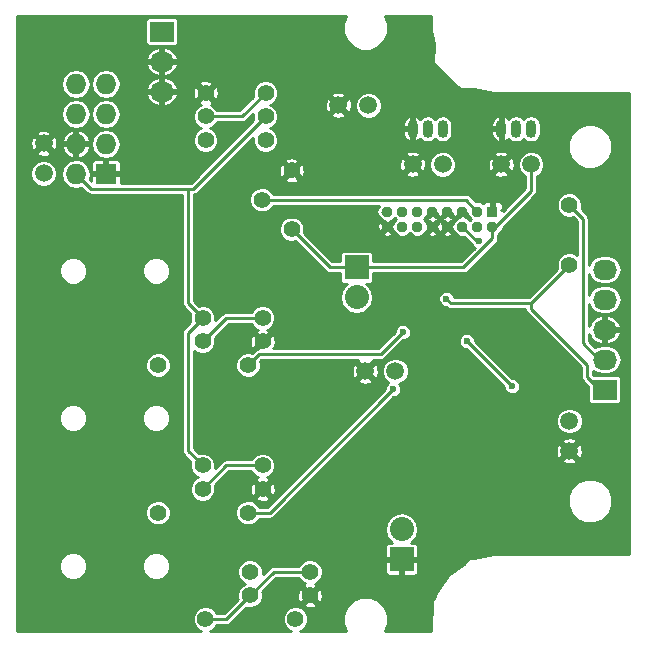
<source format=gbl>
%TF.GenerationSoftware,KiCad,Pcbnew,(2015-06-24 BZR 5814, Git a8bffb8)-product*%
%TF.CreationDate,2015-07-05T17:44:44-06:00*%
%TF.JobID,Power Monitor,506F776572204D6F6E69746F722E6B69,rev?*%
%TF.FileFunction,Copper,L2,Bot,Signal*%
%FSLAX46Y46*%
G04 Gerber Fmt 4.6, Leading zero omitted, Abs format (unit mm)*
G04 Created by KiCad (PCBNEW (2015-06-24 BZR 5814, Git a8bffb8)-product) date 7/5/2015 5:44:44 PM*
%MOMM*%
G01*
G04 APERTURE LIST*
%ADD10C,0.100000*%
%ADD11R,1.727200X1.727200*%
%ADD12O,1.727200X1.727200*%
%ADD13R,0.939800X0.939800*%
%ADD14C,0.939800*%
%ADD15C,1.397000*%
%ADD16C,1.501140*%
%ADD17R,2.032000X1.727200*%
%ADD18O,2.032000X1.727200*%
%ADD19O,0.899160X1.501140*%
%ADD20R,2.032000X2.032000*%
%ADD21O,2.032000X2.032000*%
%ADD22C,0.600000*%
%ADD23C,0.254000*%
G04 APERTURE END LIST*
D10*
D11*
X121770000Y-74810000D03*
D12*
X119230000Y-74810000D03*
X121770000Y-72270000D03*
X119230000Y-72270000D03*
X121770000Y-69730000D03*
X119230000Y-69730000D03*
X121770000Y-67190000D03*
X119230000Y-67190000D03*
D13*
X154500000Y-78000000D03*
D14*
X154500000Y-79270000D03*
X153230000Y-78000000D03*
X153230000Y-79270000D03*
X151960000Y-78000000D03*
X151960000Y-79270000D03*
X150690000Y-78000000D03*
X150690000Y-79270000D03*
X149420000Y-78000000D03*
X149420000Y-79270000D03*
X148150000Y-78000000D03*
X148150000Y-79270000D03*
X146880000Y-78000000D03*
X146880000Y-79270000D03*
X145610000Y-78000000D03*
X145610000Y-79270000D03*
D15*
X137500000Y-79500000D03*
X135000000Y-77000000D03*
X137500000Y-74500000D03*
X161000000Y-77460000D03*
X161000000Y-82540000D03*
X135290000Y-67950000D03*
X130210000Y-67950000D03*
X135290000Y-69950000D03*
X130210000Y-69950000D03*
X133960000Y-110500000D03*
X139040000Y-110500000D03*
X133960000Y-108500000D03*
X139040000Y-108500000D03*
X129960000Y-101500000D03*
X135040000Y-101500000D03*
X129960000Y-99500000D03*
X135040000Y-99500000D03*
X129960000Y-89000000D03*
X135040000Y-89000000D03*
X129960000Y-87000000D03*
X135040000Y-87000000D03*
X135290000Y-71950000D03*
X130210000Y-71950000D03*
X137810000Y-112500000D03*
X130190000Y-112500000D03*
X133810000Y-103500000D03*
X126190000Y-103500000D03*
X133810000Y-91000000D03*
X126190000Y-91000000D03*
D16*
X141460000Y-69000000D03*
X144000000Y-69000000D03*
D17*
X126500000Y-62760000D03*
D18*
X126500000Y-65300000D03*
X126500000Y-67840000D03*
D16*
X146270000Y-91500000D03*
X143730000Y-91500000D03*
X157770000Y-74000000D03*
X155230000Y-74000000D03*
X150270000Y-74000000D03*
X147730000Y-74000000D03*
X161000000Y-95730000D03*
X161000000Y-98270000D03*
X116500000Y-74770000D03*
X116500000Y-72230000D03*
D19*
X156500000Y-71000000D03*
X157770000Y-71000000D03*
X155230000Y-71000000D03*
X149000000Y-71000000D03*
X150270000Y-71000000D03*
X147730000Y-71000000D03*
D20*
X143000000Y-82730000D03*
D21*
X143000000Y-85270000D03*
D20*
X146812000Y-107442000D03*
D21*
X146812000Y-104902000D03*
D17*
X164000000Y-93080000D03*
D18*
X164000000Y-90540000D03*
X164000000Y-88000000D03*
X164000000Y-85460000D03*
X164000000Y-82920000D03*
D22*
X156591000Y-96647000D03*
X129440000Y-107400000D03*
X137149000Y-62432400D03*
X131404360Y-64968120D03*
X129439000Y-82537300D03*
X129437000Y-94888600D03*
X150391000Y-94344400D03*
X146904400Y-88213800D03*
X146076800Y-93048800D03*
X150598300Y-85379500D03*
X153326100Y-80484700D03*
X156159100Y-92809100D03*
X152319500Y-88977400D03*
D23*
X129440000Y-107400000D02*
X129410000Y-107370000D01*
X140730000Y-82730000D02*
X143000000Y-82730000D01*
X137500000Y-79500000D02*
X140730000Y-82730000D01*
X154500000Y-80274300D02*
X154500000Y-79270000D01*
X152044300Y-82730000D02*
X154500000Y-80274300D01*
X143000000Y-82730000D02*
X152044300Y-82730000D01*
X157770000Y-76251000D02*
X157770000Y-74000000D01*
X154751000Y-79270000D02*
X157770000Y-76251000D01*
X154500000Y-79270000D02*
X154751000Y-79270000D01*
X164000000Y-90540000D02*
X163540000Y-90540000D01*
X163540000Y-90540000D02*
X162150000Y-89150000D01*
X162150000Y-89150000D02*
X162150000Y-88113300D01*
X119230000Y-74810000D02*
X120493000Y-76073000D01*
X121031000Y-76073000D02*
X121031000Y-76055000D01*
X120493000Y-76073000D02*
X121031000Y-76073000D01*
X128706600Y-98246600D02*
X129960000Y-99500000D01*
X128706600Y-88253400D02*
X128706600Y-98246600D01*
X129960000Y-87000000D02*
X128706600Y-88253400D01*
X128714200Y-85754200D02*
X129960000Y-87000000D01*
X128714200Y-76055000D02*
X128714200Y-85754200D01*
X129185000Y-76055000D02*
X128714200Y-76055000D01*
X135290000Y-69950000D02*
X129185000Y-76055000D01*
X128714200Y-76055000D02*
X121031000Y-76055000D01*
X162149200Y-88112500D02*
X162150000Y-88113300D01*
X162149200Y-78609200D02*
X162149200Y-88112500D01*
X161000000Y-77460000D02*
X162149200Y-78609200D01*
X134730100Y-90079900D02*
X133810000Y-91000000D01*
X145038300Y-90079900D02*
X134730100Y-90079900D01*
X146904400Y-88213800D02*
X145038300Y-90079900D01*
X131960000Y-87000000D02*
X129960000Y-89000000D01*
X135040000Y-87000000D02*
X131960000Y-87000000D01*
X135625600Y-103500000D02*
X133810000Y-103500000D01*
X146076800Y-93048800D02*
X135625600Y-103500000D01*
X131960000Y-99500000D02*
X129960000Y-101500000D01*
X135040000Y-99500000D02*
X131960000Y-99500000D01*
X131960000Y-112500000D02*
X133960000Y-110500000D01*
X130190000Y-112500000D02*
X131960000Y-112500000D01*
X135960000Y-108500000D02*
X133960000Y-110500000D01*
X139040000Y-108500000D02*
X135960000Y-108500000D01*
X164000000Y-93080000D02*
X163580000Y-93080000D01*
X163580000Y-93080000D02*
X162500000Y-92000000D01*
X162500000Y-92000000D02*
X162500000Y-90989000D01*
X150998500Y-85779700D02*
X150598300Y-85379500D01*
X157760300Y-85779700D02*
X150998500Y-85779700D01*
X157760300Y-86249300D02*
X157760300Y-85779700D01*
X162500000Y-90989000D02*
X157760300Y-86249300D01*
X157760300Y-85779700D02*
X161000000Y-82540000D01*
X152230000Y-77000000D02*
X153230000Y-78000000D01*
X135000000Y-77000000D02*
X152230000Y-77000000D01*
X153174700Y-80484700D02*
X153326100Y-80484700D01*
X151960000Y-79270000D02*
X153174700Y-80484700D01*
X156151200Y-92809100D02*
X152319500Y-88977400D01*
X156159100Y-92809100D02*
X156151200Y-92809100D01*
X145156000Y-78000000D02*
X145610000Y-78000000D01*
X133290000Y-69950000D02*
X135290000Y-67950000D01*
X130210000Y-69950000D02*
X133290000Y-69950000D01*
G36*
X141869327Y-62124204D02*
X141868674Y-62872513D01*
X142154436Y-63564109D01*
X142683108Y-64093704D01*
X143374204Y-64380673D01*
X144122513Y-64381326D01*
X144814109Y-64095564D01*
X145343704Y-63566892D01*
X145630673Y-62875796D01*
X145631326Y-62127487D01*
X145364203Y-61481000D01*
X149269000Y-61481000D01*
X149269000Y-62500000D01*
X149278242Y-62546463D01*
X149278242Y-62593838D01*
X149527232Y-63845596D01*
X149502016Y-65413958D01*
X149502438Y-65416275D01*
X149502026Y-65418596D01*
X149506867Y-65440576D01*
X149510901Y-65462708D01*
X149512178Y-65464687D01*
X149512685Y-65466989D01*
X149525563Y-65485435D01*
X149537765Y-65504348D01*
X149539703Y-65505689D01*
X149541052Y-65507620D01*
X151712052Y-67591619D01*
X151731830Y-67604258D01*
X151751399Y-67617333D01*
X151752695Y-67617590D01*
X151753808Y-67618302D01*
X151776960Y-67622417D01*
X151800000Y-67627000D01*
X152922945Y-67627000D01*
X154656162Y-67971758D01*
X154703537Y-67971758D01*
X154750000Y-67981000D01*
X166019000Y-67981000D01*
X166019000Y-107019000D01*
X154750000Y-107019000D01*
X154703537Y-107028242D01*
X154656162Y-107028242D01*
X152922945Y-107373000D01*
X152500000Y-107373000D01*
X152495159Y-107373962D01*
X152490259Y-107373374D01*
X152471006Y-107378767D01*
X152451399Y-107382667D01*
X152447295Y-107385408D01*
X152442543Y-107386740D01*
X152426823Y-107399087D01*
X152410197Y-107410197D01*
X152407453Y-107414302D01*
X152403574Y-107417350D01*
X152054346Y-107824782D01*
X150947237Y-108564529D01*
X150814529Y-108697236D01*
X149730665Y-110319354D01*
X149658844Y-110492745D01*
X149626003Y-110657849D01*
X149403574Y-110917349D01*
X149393773Y-110934776D01*
X149382667Y-110951399D01*
X149381704Y-110956238D01*
X149379285Y-110960541D01*
X149376898Y-110980398D01*
X149373000Y-111000000D01*
X149373000Y-111929781D01*
X149278242Y-112406162D01*
X149278242Y-112453537D01*
X149269000Y-112500000D01*
X149269000Y-113519000D01*
X145363591Y-113519000D01*
X145630673Y-112875796D01*
X145631326Y-112127487D01*
X145345564Y-111435891D01*
X144816892Y-110906296D01*
X144125796Y-110619327D01*
X143377487Y-110618674D01*
X142685891Y-110904436D01*
X142156296Y-111433108D01*
X141869327Y-112124204D01*
X141868674Y-112872513D01*
X142135797Y-113519000D01*
X138170658Y-113519000D01*
X138420689Y-113415689D01*
X138724622Y-113112286D01*
X138889313Y-112715668D01*
X138889687Y-112286216D01*
X138725689Y-111889311D01*
X138422286Y-111585378D01*
X138025668Y-111420687D01*
X137596216Y-111420313D01*
X137199311Y-111584311D01*
X136895378Y-111887714D01*
X136730687Y-112284332D01*
X136730313Y-112713784D01*
X136894311Y-113110689D01*
X137197714Y-113414622D01*
X137449083Y-113519000D01*
X130550658Y-113519000D01*
X130800689Y-113415689D01*
X131104622Y-113112286D01*
X131147926Y-113008000D01*
X131960000Y-113008000D01*
X132154403Y-112969331D01*
X132319210Y-112859210D01*
X133641717Y-111536703D01*
X133744332Y-111579313D01*
X134173784Y-111579687D01*
X134570689Y-111415689D01*
X134691555Y-111295033D01*
X138424572Y-111295033D01*
X138500121Y-111459145D01*
X138908266Y-111592737D01*
X139336466Y-111559970D01*
X139579879Y-111459145D01*
X139655428Y-111295033D01*
X139475823Y-111115428D01*
X139835033Y-111115428D01*
X139999145Y-111039879D01*
X140132737Y-110631734D01*
X140099970Y-110203534D01*
X139999145Y-109960121D01*
X139835033Y-109884572D01*
X139219605Y-110500000D01*
X138860395Y-110500000D01*
X138860395Y-110500000D01*
X138244967Y-109884572D01*
X138080855Y-109960121D01*
X137947263Y-110368266D01*
X137980030Y-110796466D01*
X138080855Y-111039879D01*
X138244967Y-111115428D01*
X138860395Y-110500000D01*
X139219605Y-110500000D01*
X138860395Y-110500000D01*
X138860395Y-110500000D01*
X139219605Y-110500000D01*
X139835033Y-111115428D01*
X139475823Y-111115428D01*
X139040000Y-110679605D01*
X138424572Y-111295033D01*
X134691555Y-111295033D01*
X134874622Y-111112286D01*
X135039313Y-110715668D01*
X135039687Y-110286216D01*
X134996566Y-110181854D01*
X136170420Y-109008000D01*
X138081881Y-109008000D01*
X138124311Y-109110689D01*
X138427714Y-109414622D01*
X138616061Y-109492831D01*
X138500121Y-109540855D01*
X138424572Y-109704967D01*
X139040000Y-110320395D01*
X139655428Y-109704967D01*
X139579879Y-109540855D01*
X139450363Y-109498462D01*
X139650689Y-109415689D01*
X139954622Y-109112286D01*
X140119313Y-108715668D01*
X140119687Y-108286216D01*
X139955689Y-107889311D01*
X139652286Y-107585378D01*
X139612844Y-107569000D01*
X145510250Y-107569000D01*
X145415000Y-107664250D01*
X145415000Y-108533786D01*
X145473004Y-108673820D01*
X145580181Y-108780996D01*
X145720215Y-108839000D01*
X146589750Y-108839000D01*
X146685000Y-108743750D01*
X146685000Y-107569000D01*
X146939000Y-107569000D01*
X146685000Y-107569000D01*
X146685000Y-107569000D01*
X146939000Y-107569000D01*
X146939000Y-108743750D01*
X147034250Y-108839000D01*
X147903785Y-108839000D01*
X148043819Y-108780996D01*
X148150996Y-108673820D01*
X148209000Y-108533786D01*
X148209000Y-107664250D01*
X148113750Y-107569000D01*
X146939000Y-107569000D01*
X146685000Y-107569000D01*
X146685000Y-107569000D01*
X145510250Y-107569000D01*
X139612844Y-107569000D01*
X139255668Y-107420687D01*
X138826216Y-107420313D01*
X138429311Y-107584311D01*
X138125378Y-107887714D01*
X138082074Y-107992000D01*
X135960000Y-107992000D01*
X135765596Y-108030669D01*
X135600790Y-108140790D01*
X135039325Y-108702255D01*
X135039687Y-108286216D01*
X134875689Y-107889311D01*
X134572286Y-107585378D01*
X134175668Y-107420687D01*
X133746216Y-107420313D01*
X133349311Y-107584311D01*
X133045378Y-107887714D01*
X132880687Y-108284332D01*
X132880313Y-108713784D01*
X133044311Y-109110689D01*
X133347714Y-109414622D01*
X133553342Y-109500007D01*
X133349311Y-109584311D01*
X133045378Y-109887714D01*
X132880687Y-110284332D01*
X132880313Y-110713784D01*
X132923434Y-110818146D01*
X131749580Y-111992000D01*
X131148119Y-111992000D01*
X131105689Y-111889311D01*
X130802286Y-111585378D01*
X130405668Y-111420687D01*
X129976216Y-111420313D01*
X129579311Y-111584311D01*
X129275378Y-111887714D01*
X129110687Y-112284332D01*
X129110313Y-112713784D01*
X129274311Y-113110689D01*
X129577714Y-113414622D01*
X129829083Y-113519000D01*
X114231000Y-113519000D01*
X114231000Y-106998213D01*
X118331891Y-106998213D01*
X117999381Y-107330144D01*
X117819206Y-107764054D01*
X117818796Y-108233885D01*
X117998213Y-108668109D01*
X118330144Y-109000619D01*
X118764054Y-109180794D01*
X119233885Y-109181204D01*
X119668109Y-109001787D01*
X120000619Y-108669856D01*
X120180794Y-108235946D01*
X120181204Y-107766115D01*
X120001787Y-107331891D01*
X119669856Y-106999381D01*
X119667044Y-106998213D01*
X125331891Y-106998213D01*
X119667044Y-106998213D01*
X119667044Y-106998213D01*
X125331891Y-106998213D01*
X124999381Y-107330144D01*
X124819206Y-107764054D01*
X124818796Y-108233885D01*
X124998213Y-108668109D01*
X125330144Y-109000619D01*
X125764054Y-109180794D01*
X126233885Y-109181204D01*
X126668109Y-109001787D01*
X127000619Y-108669856D01*
X127180794Y-108235946D01*
X127181204Y-107766115D01*
X127001787Y-107331891D01*
X126669856Y-106999381D01*
X126235946Y-106819206D01*
X125766115Y-106818796D01*
X125331891Y-106998213D01*
X119667044Y-106998213D01*
X119235946Y-106819206D01*
X118766115Y-106818796D01*
X118331891Y-106998213D01*
X114231000Y-106998213D01*
X114231000Y-104874631D01*
X145415000Y-104874631D01*
X145415000Y-104929369D01*
X145521340Y-105463978D01*
X145824172Y-105917197D01*
X146015442Y-106045000D01*
X145720215Y-106045000D01*
X145580181Y-106103004D01*
X145473004Y-106210180D01*
X145415000Y-106350214D01*
X145415000Y-107219750D01*
X145510250Y-107315000D01*
X146685000Y-107315000D01*
X146685000Y-107295000D01*
X146939000Y-107295000D01*
X146939000Y-107315000D01*
X148113750Y-107315000D01*
X148209000Y-107219750D01*
X148209000Y-106350214D01*
X148150996Y-106210180D01*
X148043819Y-106103004D01*
X147903785Y-106045000D01*
X147608558Y-106045000D01*
X147799828Y-105917197D01*
X148102660Y-105463978D01*
X148209000Y-104929369D01*
X148209000Y-104874631D01*
X148102660Y-104340022D01*
X147799828Y-103886803D01*
X147346609Y-103583971D01*
X146812000Y-103477631D01*
X146277391Y-103583971D01*
X136260049Y-103583971D01*
X138939584Y-100904436D01*
X161685891Y-100904436D01*
X161156296Y-101433108D01*
X160869327Y-102124204D01*
X160868674Y-102872513D01*
X161154436Y-103564109D01*
X161683108Y-104093704D01*
X162374204Y-104380673D01*
X163122513Y-104381326D01*
X163814109Y-104095564D01*
X164343704Y-103566892D01*
X164630673Y-102875796D01*
X164631326Y-102127487D01*
X164345564Y-101435891D01*
X163816892Y-100906296D01*
X163125796Y-100619327D01*
X162377487Y-100618674D01*
X161685891Y-100904436D01*
X138939584Y-100904436D01*
X140741159Y-99102861D01*
X160346744Y-99102861D01*
X160428715Y-99272371D01*
X160855793Y-99414691D01*
X161304824Y-99382743D01*
X161571285Y-99272371D01*
X161653256Y-99102861D01*
X161000000Y-98449605D01*
X160346744Y-99102861D01*
X140741159Y-99102861D01*
X142145305Y-97698715D01*
X159997629Y-97698715D01*
X159855309Y-98125793D01*
X159887257Y-98574824D01*
X159997629Y-98841285D01*
X160167139Y-98923256D01*
X160820395Y-98270000D01*
X161179605Y-98270000D01*
X161832861Y-98923256D01*
X162002371Y-98841285D01*
X162144691Y-98414207D01*
X162112743Y-97965176D01*
X162002371Y-97698715D01*
X161832861Y-97616744D01*
X161179605Y-98270000D01*
X160820395Y-98270000D01*
X160820395Y-98270000D01*
X160167139Y-97616744D01*
X159997629Y-97698715D01*
X142145305Y-97698715D01*
X142686763Y-97157257D01*
X160695176Y-97157257D01*
X160428715Y-97267629D01*
X160346744Y-97437139D01*
X161000000Y-98090395D01*
X161653256Y-97437139D01*
X161571285Y-97267629D01*
X161144207Y-97125309D01*
X160695176Y-97157257D01*
X142686763Y-97157257D01*
X145073878Y-94770142D01*
X160359854Y-94770142D01*
X160041261Y-95088180D01*
X159868627Y-95503929D01*
X159868234Y-95954096D01*
X160040142Y-96370146D01*
X160358180Y-96688739D01*
X160773929Y-96861373D01*
X161224096Y-96861766D01*
X161640146Y-96689858D01*
X161958739Y-96371820D01*
X162131373Y-95956071D01*
X162131766Y-95505904D01*
X161959858Y-95089854D01*
X161641820Y-94771261D01*
X161226071Y-94598627D01*
X160775904Y-94598234D01*
X160359854Y-94770142D01*
X145073878Y-94770142D01*
X145900420Y-93943600D01*
X162595536Y-93943600D01*
X162623722Y-94088874D01*
X162707596Y-94216556D01*
X162834216Y-94302026D01*
X162984000Y-94332064D01*
X165016000Y-94332064D01*
X165161274Y-94303878D01*
X165288956Y-94220004D01*
X165374426Y-94093384D01*
X165404464Y-93943600D01*
X165404464Y-92216400D01*
X165376278Y-92071126D01*
X165292404Y-91943444D01*
X165165784Y-91857974D01*
X165016000Y-91827936D01*
X163046356Y-91827936D01*
X163008000Y-91789580D01*
X163008000Y-91465390D01*
X163343943Y-91689860D01*
X163820231Y-91784600D01*
X164179769Y-91784600D01*
X164656057Y-91689860D01*
X165059834Y-91420065D01*
X165329629Y-91016288D01*
X165424369Y-90540000D01*
X165329629Y-90063712D01*
X165059834Y-89659935D01*
X164656057Y-89390140D01*
X164179769Y-89295400D01*
X163820231Y-89295400D01*
X163343943Y-89390140D01*
X163202841Y-89484421D01*
X162658000Y-88939580D01*
X162658000Y-88346784D01*
X162854581Y-88752867D01*
X163218280Y-89075570D01*
X163677787Y-89234527D01*
X163873000Y-89150643D01*
X163873000Y-88127000D01*
X164127000Y-88127000D01*
X164127000Y-89150643D01*
X164322213Y-89234527D01*
X164781720Y-89075570D01*
X165145419Y-88752867D01*
X165355393Y-88319118D01*
X165294712Y-88127000D01*
X164127000Y-88127000D01*
X163873000Y-88127000D01*
X163873000Y-88127000D01*
X163853000Y-88127000D01*
X163853000Y-87873000D01*
X163873000Y-87873000D01*
X163873000Y-86849357D01*
X164127000Y-86849357D01*
X164127000Y-87873000D01*
X165294712Y-87873000D01*
X165355393Y-87680882D01*
X165145419Y-87247133D01*
X164781720Y-86924430D01*
X164322213Y-86765473D01*
X164127000Y-86849357D01*
X163873000Y-86849357D01*
X163873000Y-86849357D01*
X163677787Y-86765473D01*
X163218280Y-86924430D01*
X162854581Y-87247133D01*
X162657200Y-87654868D01*
X162657200Y-85870073D01*
X162670371Y-85936288D01*
X162940166Y-86340065D01*
X163343943Y-86609860D01*
X163820231Y-86704600D01*
X164179769Y-86704600D01*
X164656057Y-86609860D01*
X165059834Y-86340065D01*
X165329629Y-85936288D01*
X165424369Y-85460000D01*
X165329629Y-84983712D01*
X165059834Y-84579935D01*
X164656057Y-84310140D01*
X164179769Y-84215400D01*
X163820231Y-84215400D01*
X163343943Y-84310140D01*
X162940166Y-84579935D01*
X162670371Y-84983712D01*
X162657200Y-85049927D01*
X162657200Y-83330073D01*
X162670371Y-83396288D01*
X162940166Y-83800065D01*
X163343943Y-84069860D01*
X163820231Y-84164600D01*
X164179769Y-84164600D01*
X164656057Y-84069860D01*
X165059834Y-83800065D01*
X165329629Y-83396288D01*
X165424369Y-82920000D01*
X165329629Y-82443712D01*
X165059834Y-82039935D01*
X164656057Y-81770140D01*
X164179769Y-81675400D01*
X163820231Y-81675400D01*
X163343943Y-81770140D01*
X162940166Y-82039935D01*
X162670371Y-82443712D01*
X162657200Y-82509927D01*
X162657200Y-78609200D01*
X162619628Y-78420313D01*
X162618531Y-78414796D01*
X162508410Y-78249990D01*
X162036703Y-77778283D01*
X162079313Y-77675668D01*
X162079687Y-77246216D01*
X161915689Y-76849311D01*
X161612286Y-76545378D01*
X161215668Y-76380687D01*
X160786216Y-76380313D01*
X160389311Y-76544311D01*
X158173242Y-76544311D01*
X158239331Y-76445403D01*
X158278000Y-76251000D01*
X158278000Y-75014460D01*
X158410146Y-74959858D01*
X158728739Y-74641820D01*
X158901373Y-74226071D01*
X158901766Y-73775904D01*
X158729858Y-73359854D01*
X158411820Y-73041261D01*
X158005430Y-72872513D01*
X160868674Y-72872513D01*
X161154436Y-73564109D01*
X161683108Y-74093704D01*
X162374204Y-74380673D01*
X163122513Y-74381326D01*
X163814109Y-74095564D01*
X164343704Y-73566892D01*
X164630673Y-72875796D01*
X164631326Y-72127487D01*
X164345564Y-71435891D01*
X163816892Y-70906296D01*
X163125796Y-70619327D01*
X162377487Y-70618674D01*
X161685891Y-70904436D01*
X158600580Y-70904436D01*
X158600580Y-70676841D01*
X158537356Y-70358992D01*
X158357309Y-70089532D01*
X158087849Y-69909485D01*
X157770000Y-69846261D01*
X157452151Y-69909485D01*
X157182691Y-70089532D01*
X157135000Y-70160907D01*
X157087309Y-70089532D01*
X156817849Y-69909485D01*
X156500000Y-69846261D01*
X156182151Y-69909485D01*
X155912691Y-70089532D01*
X155860623Y-70167458D01*
X155727506Y-70021899D01*
X155483840Y-69908170D01*
X155357000Y-69974730D01*
X155357000Y-70873000D01*
X155377000Y-70873000D01*
X155377000Y-71127000D01*
X155357000Y-71127000D01*
X155357000Y-72025270D01*
X155483840Y-72091830D01*
X155727506Y-71978101D01*
X155860623Y-71832542D01*
X155912691Y-71910468D01*
X156182151Y-72090515D01*
X156500000Y-72153739D01*
X156817849Y-72090515D01*
X157087309Y-71910468D01*
X157135000Y-71839093D01*
X157182691Y-71910468D01*
X157452151Y-72090515D01*
X157770000Y-72153739D01*
X158087849Y-72090515D01*
X158357309Y-71910468D01*
X158537356Y-71641008D01*
X158600580Y-71323159D01*
X158600580Y-70904436D01*
X161685891Y-70904436D01*
X158600580Y-70904436D01*
X158600580Y-70904436D01*
X161685891Y-70904436D01*
X161156296Y-71433108D01*
X160869327Y-72124204D01*
X160868674Y-72872513D01*
X158005430Y-72872513D01*
X157996071Y-72868627D01*
X157545904Y-72868234D01*
X157129854Y-73040142D01*
X156811261Y-73358180D01*
X156638627Y-73773929D01*
X156638234Y-74224096D01*
X156810142Y-74640146D01*
X157128180Y-74958739D01*
X157262000Y-75014306D01*
X157262000Y-76040580D01*
X155350900Y-77951680D01*
X155350900Y-77872998D01*
X155255652Y-77872998D01*
X155350900Y-77777750D01*
X155350900Y-77454315D01*
X155292896Y-77314281D01*
X155185720Y-77207104D01*
X155045686Y-77149100D01*
X154722250Y-77149100D01*
X154627000Y-77244350D01*
X154627000Y-77873000D01*
X154647000Y-77873000D01*
X154647000Y-78127000D01*
X154627000Y-78127000D01*
X154627000Y-78147000D01*
X154373000Y-78147000D01*
X154373000Y-78127000D01*
X154353000Y-78127000D01*
X154353000Y-77873000D01*
X154373000Y-77873000D01*
X154373000Y-77244350D01*
X154277750Y-77149100D01*
X153954314Y-77149100D01*
X153814280Y-77207104D01*
X153727460Y-77293924D01*
X153712625Y-77279063D01*
X153399997Y-77149248D01*
X153097405Y-77148984D01*
X152589210Y-76640790D01*
X152424403Y-76530669D01*
X152230000Y-76492000D01*
X135958119Y-76492000D01*
X135915689Y-76389311D01*
X135612286Y-76085378D01*
X135215668Y-75920687D01*
X134786216Y-75920313D01*
X134389311Y-76084311D01*
X134085378Y-76387714D01*
X133920687Y-76784332D01*
X133920313Y-77213784D01*
X134084311Y-77610689D01*
X134387714Y-77914622D01*
X134784332Y-78079313D01*
X135213784Y-78079687D01*
X135610689Y-77915689D01*
X135914622Y-77612286D01*
X135957926Y-77508000D01*
X144898454Y-77508000D01*
X144889063Y-77517375D01*
X144853570Y-77602850D01*
X144796790Y-77640790D01*
X144686669Y-77805597D01*
X144648000Y-78000000D01*
X144686669Y-78194403D01*
X144796790Y-78359210D01*
X144853369Y-78397015D01*
X144888222Y-78481366D01*
X145127375Y-78720937D01*
X145320902Y-78801297D01*
X145610000Y-79090395D01*
X145899226Y-78801169D01*
X146091366Y-78721778D01*
X146245058Y-78568354D01*
X146311646Y-78635058D01*
X146159063Y-78787375D01*
X146078703Y-78980902D01*
X145789605Y-79270000D01*
X146078831Y-79559226D01*
X146158222Y-79751366D01*
X146397375Y-79990937D01*
X146710003Y-80120752D01*
X147048512Y-80121047D01*
X147361366Y-79991778D01*
X147515058Y-79838354D01*
X147667375Y-79990937D01*
X147980003Y-80120752D01*
X148318512Y-80121047D01*
X148631366Y-79991778D01*
X148724826Y-79898481D01*
X148971124Y-79898481D01*
X149018293Y-80038967D01*
X149343142Y-80134159D01*
X149679692Y-80097790D01*
X149821707Y-80038967D01*
X149868876Y-79898481D01*
X150241124Y-79898481D01*
X149868876Y-79898481D01*
X149868876Y-79898481D01*
X150241124Y-79898481D01*
X150288293Y-80038967D01*
X150613142Y-80134159D01*
X150949692Y-80097790D01*
X151091707Y-80038967D01*
X151138876Y-79898481D01*
X150690000Y-79449605D01*
X150330790Y-79449605D01*
X150510395Y-79270000D01*
X150245730Y-79005335D01*
X150188967Y-78868293D01*
X150068109Y-78827714D01*
X150061519Y-78821124D01*
X150055000Y-78823313D01*
X150048481Y-78821124D01*
X150041891Y-78827714D01*
X149921033Y-78868293D01*
X149887758Y-78981847D01*
X149599605Y-79270000D01*
X149864270Y-79534665D01*
X149921033Y-79671707D01*
X150041891Y-79712286D01*
X150048481Y-79718876D01*
X150055000Y-79716687D01*
X150061519Y-79718876D01*
X150068109Y-79712286D01*
X150188967Y-79671707D01*
X150222242Y-79558153D01*
X150330790Y-79449605D01*
X150690000Y-79449605D01*
X150330790Y-79449605D01*
X150330790Y-79449605D01*
X150690000Y-79449605D01*
X150241124Y-79898481D01*
X149868876Y-79898481D01*
X149868876Y-79898481D01*
X149420000Y-79449605D01*
X148971124Y-79898481D01*
X148724826Y-79898481D01*
X148870937Y-79752625D01*
X148951297Y-79559098D01*
X149240395Y-79270000D01*
X148951169Y-78980774D01*
X148871778Y-78788634D01*
X148718354Y-78634942D01*
X148870937Y-78482625D01*
X148886863Y-78444270D01*
X149155335Y-78444270D01*
X149018293Y-78501033D01*
X148977714Y-78621891D01*
X148971124Y-78628481D01*
X148973313Y-78635000D01*
X148971124Y-78641519D01*
X148977714Y-78648109D01*
X149018293Y-78768967D01*
X149131847Y-78802242D01*
X149420000Y-79090395D01*
X149684665Y-78825730D01*
X149821707Y-78768967D01*
X149862286Y-78648109D01*
X149868876Y-78641519D01*
X149866687Y-78635000D01*
X149868876Y-78628481D01*
X149862286Y-78621891D01*
X149821707Y-78501033D01*
X149708153Y-78467758D01*
X149420000Y-78179605D01*
X149155335Y-78444270D01*
X148886863Y-78444270D01*
X148951297Y-78289098D01*
X149240395Y-78000000D01*
X149226253Y-77985858D01*
X149405858Y-77806253D01*
X149420000Y-77820395D01*
X149434143Y-77806253D01*
X149613748Y-77985858D01*
X149599605Y-78000000D01*
X149864270Y-78264665D01*
X149921033Y-78401707D01*
X150041891Y-78442286D01*
X150048481Y-78448876D01*
X150055000Y-78446687D01*
X150061519Y-78448876D01*
X150066125Y-78444270D01*
X150425335Y-78444270D01*
X150288293Y-78501033D01*
X150247714Y-78621891D01*
X150241124Y-78628481D01*
X150243313Y-78635000D01*
X150241124Y-78641519D01*
X150247714Y-78648109D01*
X150288293Y-78768967D01*
X150401847Y-78802242D01*
X150690000Y-79090395D01*
X150954665Y-78825730D01*
X151091707Y-78768967D01*
X151132286Y-78648109D01*
X151138876Y-78641519D01*
X151136687Y-78635000D01*
X151138876Y-78628481D01*
X151132286Y-78621891D01*
X151091707Y-78501033D01*
X150978153Y-78467758D01*
X150690000Y-78179605D01*
X150425335Y-78444270D01*
X150066125Y-78444270D01*
X150068109Y-78442286D01*
X150188967Y-78401707D01*
X150222242Y-78288153D01*
X150510395Y-78000000D01*
X150496253Y-77985858D01*
X150675858Y-77806253D01*
X150690000Y-77820395D01*
X150704143Y-77806253D01*
X150883748Y-77985858D01*
X150869605Y-78000000D01*
X151134270Y-78264665D01*
X151191033Y-78401707D01*
X151311891Y-78442286D01*
X151318481Y-78448876D01*
X151325000Y-78446687D01*
X151331519Y-78448876D01*
X151338109Y-78442286D01*
X151458967Y-78401707D01*
X151492242Y-78288153D01*
X151780395Y-78000000D01*
X151766253Y-77985858D01*
X151945858Y-77806253D01*
X151960000Y-77820395D01*
X151974143Y-77806253D01*
X152153748Y-77985858D01*
X152139605Y-78000000D01*
X152428831Y-78289226D01*
X152508222Y-78481366D01*
X152661646Y-78635058D01*
X152594942Y-78701646D01*
X152442625Y-78549063D01*
X152249098Y-78468703D01*
X151960000Y-78179605D01*
X151670774Y-78468831D01*
X151478634Y-78548222D01*
X151239063Y-78787375D01*
X151158703Y-78980902D01*
X150869605Y-79270000D01*
X151158831Y-79559226D01*
X151238222Y-79751366D01*
X151477375Y-79990937D01*
X151790003Y-80120752D01*
X152092596Y-80121016D01*
X152682890Y-80711310D01*
X152748439Y-80869952D01*
X152939841Y-81061687D01*
X152978246Y-81077634D01*
X151833880Y-82222000D01*
X144404464Y-82222000D01*
X144404464Y-81714000D01*
X144376278Y-81568726D01*
X144292404Y-81441044D01*
X144165784Y-81355574D01*
X144016000Y-81325536D01*
X141984000Y-81325536D01*
X141838726Y-81353722D01*
X141711044Y-81437596D01*
X141625574Y-81564216D01*
X141595536Y-81714000D01*
X141595536Y-82222000D01*
X140940420Y-82222000D01*
X138616901Y-79898481D01*
X145161124Y-79898481D01*
X145208293Y-80038967D01*
X145533142Y-80134159D01*
X145869692Y-80097790D01*
X146011707Y-80038967D01*
X146058876Y-79898481D01*
X145610000Y-79449605D01*
X145161124Y-79898481D01*
X138616901Y-79898481D01*
X138536703Y-79818283D01*
X138579313Y-79715668D01*
X138579687Y-79286216D01*
X138415689Y-78889311D01*
X138394708Y-78868293D01*
X144841033Y-78868293D01*
X144745841Y-79193142D01*
X144782210Y-79529692D01*
X144841033Y-79671707D01*
X144981519Y-79718876D01*
X145430395Y-79270000D01*
X144981519Y-78821124D01*
X144841033Y-78868293D01*
X138394708Y-78868293D01*
X138112286Y-78585378D01*
X137715668Y-78420687D01*
X137286216Y-78420313D01*
X136889311Y-78584311D01*
X136585378Y-78887714D01*
X136420687Y-79284332D01*
X136420313Y-79713784D01*
X136584311Y-80110689D01*
X136887714Y-80414622D01*
X137284332Y-80579313D01*
X137713784Y-80579687D01*
X137818146Y-80536566D01*
X140370790Y-83089210D01*
X140535597Y-83199331D01*
X140730000Y-83238000D01*
X141595536Y-83238000D01*
X141595536Y-83746000D01*
X141623722Y-83891274D01*
X141707596Y-84018956D01*
X141834216Y-84104426D01*
X141984000Y-84134464D01*
X142192272Y-84134464D01*
X142012172Y-84254803D01*
X141709340Y-84708022D01*
X141603000Y-85242631D01*
X141603000Y-85297369D01*
X141709340Y-85831978D01*
X142012172Y-86285197D01*
X142465391Y-86588029D01*
X143000000Y-86694369D01*
X143534609Y-86588029D01*
X143987828Y-86285197D01*
X144290660Y-85831978D01*
X144397000Y-85297369D01*
X144397000Y-85242631D01*
X144290660Y-84708022D01*
X143987828Y-84254803D01*
X143807728Y-84134464D01*
X144016000Y-84134464D01*
X144161274Y-84106278D01*
X144288956Y-84022404D01*
X144374426Y-83895784D01*
X144404464Y-83746000D01*
X144404464Y-83238000D01*
X152044300Y-83238000D01*
X152238703Y-83199331D01*
X152403510Y-83089210D01*
X154859210Y-80633510D01*
X154969331Y-80468704D01*
X154992975Y-80349835D01*
X155008000Y-80274300D01*
X155008000Y-79965190D01*
X155220937Y-79752625D01*
X155350752Y-79439997D01*
X155350797Y-79388623D01*
X158129210Y-76610210D01*
X158173242Y-76544311D01*
X160389311Y-76544311D01*
X158173242Y-76544311D01*
X158173242Y-76544311D01*
X160389311Y-76544311D01*
X160085378Y-76847714D01*
X159920687Y-77244332D01*
X159920313Y-77673784D01*
X160084311Y-78070689D01*
X160387714Y-78374622D01*
X160784332Y-78539313D01*
X161213784Y-78539687D01*
X161318146Y-78496566D01*
X161641200Y-78819620D01*
X161641200Y-81654343D01*
X161612286Y-81625378D01*
X161215668Y-81460687D01*
X160786216Y-81460313D01*
X160389311Y-81624311D01*
X160085378Y-81927714D01*
X159920687Y-82324332D01*
X159920313Y-82753784D01*
X159963434Y-82858146D01*
X157549880Y-85271700D01*
X151279394Y-85271700D01*
X151279418Y-85244635D01*
X151175961Y-84994248D01*
X150984559Y-84802513D01*
X150734354Y-84698618D01*
X150463435Y-84698382D01*
X150213048Y-84801839D01*
X150021313Y-84993241D01*
X149917418Y-85243446D01*
X149917182Y-85514365D01*
X150020639Y-85764752D01*
X150212041Y-85956487D01*
X150462246Y-86060382D01*
X150560848Y-86060468D01*
X150639290Y-86138910D01*
X150804096Y-86249031D01*
X150836350Y-86255446D01*
X150998500Y-86287700D01*
X157259938Y-86287700D01*
X157290969Y-86443703D01*
X157401090Y-86608510D01*
X161992000Y-91199420D01*
X155259940Y-91199420D01*
X153000533Y-88940013D01*
X153000618Y-88842535D01*
X152897161Y-88592148D01*
X152705759Y-88400413D01*
X152455554Y-88296518D01*
X152184635Y-88296282D01*
X151934248Y-88399739D01*
X151742513Y-88591141D01*
X151638618Y-88841346D01*
X151638382Y-89112265D01*
X151741839Y-89362652D01*
X151933241Y-89554387D01*
X152183446Y-89658282D01*
X152282048Y-89658368D01*
X155478060Y-92854380D01*
X155477982Y-92943965D01*
X155581439Y-93194352D01*
X155772841Y-93386087D01*
X156023046Y-93489982D01*
X156293965Y-93490218D01*
X156544352Y-93386761D01*
X156736087Y-93195359D01*
X156839982Y-92945154D01*
X156840218Y-92674235D01*
X156736761Y-92423848D01*
X156545359Y-92232113D01*
X156295154Y-92128218D01*
X156188645Y-92128125D01*
X155259940Y-91199420D01*
X161992000Y-91199420D01*
X155259940Y-91199420D01*
X155259940Y-91199420D01*
X161992000Y-91199420D01*
X161992000Y-92000000D01*
X162030669Y-92194403D01*
X162140790Y-92359210D01*
X162595536Y-92813956D01*
X162595536Y-93943600D01*
X145900420Y-93943600D01*
X146114187Y-93729833D01*
X146211665Y-93729918D01*
X146462052Y-93626461D01*
X146653787Y-93435059D01*
X146757682Y-93184854D01*
X146757918Y-92913935D01*
X146654461Y-92663548D01*
X146585169Y-92594135D01*
X146910146Y-92459858D01*
X147228739Y-92141820D01*
X147401373Y-91726071D01*
X147401766Y-91275904D01*
X147229858Y-90859854D01*
X146911820Y-90541261D01*
X146496071Y-90368627D01*
X146045904Y-90368234D01*
X145629854Y-90540142D01*
X145311261Y-90858180D01*
X145138627Y-91273929D01*
X145138234Y-91724096D01*
X145310142Y-92140146D01*
X145628180Y-92458739D01*
X145681705Y-92480965D01*
X145499813Y-92662541D01*
X145395918Y-92912746D01*
X145395832Y-93011348D01*
X135415180Y-102992000D01*
X134768119Y-102992000D01*
X134725689Y-102889311D01*
X134422286Y-102585378D01*
X134118285Y-102459145D01*
X134500121Y-102459145D01*
X134908266Y-102592737D01*
X135336466Y-102559970D01*
X135579879Y-102459145D01*
X135655428Y-102295033D01*
X135475823Y-102115428D01*
X135835033Y-102115428D01*
X135999145Y-102039879D01*
X136132737Y-101631734D01*
X136099970Y-101203534D01*
X135999145Y-100960121D01*
X135835033Y-100884572D01*
X135219605Y-101500000D01*
X134860395Y-101500000D01*
X134860395Y-101500000D01*
X134244967Y-100884572D01*
X134080855Y-100960121D01*
X133947263Y-101368266D01*
X133980030Y-101796466D01*
X134080855Y-102039879D01*
X134244967Y-102115428D01*
X134860395Y-101500000D01*
X135219605Y-101500000D01*
X134860395Y-101500000D01*
X134860395Y-101500000D01*
X135219605Y-101500000D01*
X135835033Y-102115428D01*
X135475823Y-102115428D01*
X135040000Y-101679605D01*
X134424572Y-102295033D01*
X130691555Y-102295033D01*
X130874622Y-102112286D01*
X131039313Y-101715668D01*
X131039687Y-101286216D01*
X130996566Y-101181854D01*
X132170420Y-100008000D01*
X134081881Y-100008000D01*
X134124311Y-100110689D01*
X134427714Y-100414622D01*
X134616061Y-100492831D01*
X134500121Y-100540855D01*
X134424572Y-100704967D01*
X135040000Y-101320395D01*
X135655428Y-100704967D01*
X135579879Y-100540855D01*
X135450363Y-100498462D01*
X135650689Y-100415689D01*
X135954622Y-100112286D01*
X136119313Y-99715668D01*
X136119687Y-99286216D01*
X135955689Y-98889311D01*
X135652286Y-98585378D01*
X135255668Y-98420687D01*
X134826216Y-98420313D01*
X134429311Y-98584311D01*
X134125378Y-98887714D01*
X134082074Y-98992000D01*
X131960000Y-98992000D01*
X131765596Y-99030669D01*
X131600790Y-99140790D01*
X131039325Y-99702255D01*
X131039687Y-99286216D01*
X130875689Y-98889311D01*
X130572286Y-98585378D01*
X130175668Y-98420687D01*
X129746216Y-98420313D01*
X129641854Y-98463434D01*
X129214600Y-98036180D01*
X129214600Y-92332861D01*
X143076744Y-92332861D01*
X143158715Y-92502371D01*
X143585793Y-92644691D01*
X144034824Y-92612743D01*
X144301285Y-92502371D01*
X144383256Y-92332861D01*
X144203651Y-92153256D01*
X144562861Y-92153256D01*
X144732371Y-92071285D01*
X144874691Y-91644207D01*
X144842743Y-91195176D01*
X144732371Y-90928715D01*
X144562861Y-90846744D01*
X143909605Y-91500000D01*
X143550395Y-91500000D01*
X143550395Y-91500000D01*
X142897139Y-90846744D01*
X142727629Y-90928715D01*
X142585309Y-91355793D01*
X142617257Y-91804824D01*
X142727629Y-92071285D01*
X142897139Y-92153256D01*
X143550395Y-91500000D01*
X143909605Y-91500000D01*
X143550395Y-91500000D01*
X143550395Y-91500000D01*
X143909605Y-91500000D01*
X144562861Y-92153256D01*
X144203651Y-92153256D01*
X143730000Y-91679605D01*
X143076744Y-92332861D01*
X129214600Y-92332861D01*
X129214600Y-89781275D01*
X129347714Y-89914622D01*
X129744332Y-90079313D01*
X130173784Y-90079687D01*
X130570689Y-89915689D01*
X130874622Y-89612286D01*
X131039313Y-89215668D01*
X131039687Y-88786216D01*
X130996566Y-88681854D01*
X131218299Y-88460121D01*
X134080855Y-88460121D01*
X133947263Y-88868266D01*
X133980030Y-89296466D01*
X134080855Y-89539879D01*
X134244967Y-89615428D01*
X134860395Y-89000000D01*
X134244967Y-88384572D01*
X134080855Y-88460121D01*
X131218299Y-88460121D01*
X132170420Y-87508000D01*
X134081881Y-87508000D01*
X134124311Y-87610689D01*
X134427714Y-87914622D01*
X134616061Y-87992831D01*
X134500121Y-88040855D01*
X134424572Y-88204967D01*
X135040000Y-88820395D01*
X135655428Y-88204967D01*
X135579879Y-88040855D01*
X135450363Y-87998462D01*
X135650689Y-87915689D01*
X135930727Y-87636139D01*
X146519148Y-87636139D01*
X146327413Y-87827541D01*
X146223518Y-88077746D01*
X146223432Y-88176348D01*
X144827880Y-89571900D01*
X135929587Y-89571900D01*
X135999145Y-89539879D01*
X136132737Y-89131734D01*
X136099970Y-88703534D01*
X135999145Y-88460121D01*
X135835033Y-88384572D01*
X135219605Y-89000000D01*
X135233748Y-89014143D01*
X135054143Y-89193748D01*
X135040000Y-89179605D01*
X134627246Y-89592359D01*
X134535697Y-89610569D01*
X134370890Y-89720690D01*
X134128283Y-89963297D01*
X134025668Y-89920687D01*
X133596216Y-89920313D01*
X133199311Y-90084311D01*
X132895378Y-90387714D01*
X132730687Y-90784332D01*
X132730313Y-91213784D01*
X132894311Y-91610689D01*
X133197714Y-91914622D01*
X133594332Y-92079313D01*
X134023784Y-92079687D01*
X134420689Y-91915689D01*
X134724622Y-91612286D01*
X134889313Y-91215668D01*
X134889687Y-90786216D01*
X134846566Y-90681854D01*
X134940520Y-90587900D01*
X143115062Y-90587900D01*
X143076744Y-90667139D01*
X143730000Y-91320395D01*
X144383256Y-90667139D01*
X144344938Y-90587900D01*
X145038300Y-90587900D01*
X145232703Y-90549231D01*
X145397510Y-90439110D01*
X146941787Y-88894833D01*
X147039265Y-88894918D01*
X147289652Y-88791461D01*
X147481387Y-88600059D01*
X147585282Y-88349854D01*
X147585518Y-88078935D01*
X147482061Y-87828548D01*
X147290659Y-87636813D01*
X147040454Y-87532918D01*
X146769535Y-87532682D01*
X146519148Y-87636139D01*
X135930727Y-87636139D01*
X135954622Y-87612286D01*
X136119313Y-87215668D01*
X136119687Y-86786216D01*
X135955689Y-86389311D01*
X135652286Y-86085378D01*
X135255668Y-85920687D01*
X134826216Y-85920313D01*
X134429311Y-86084311D01*
X134125378Y-86387714D01*
X134082074Y-86492000D01*
X131960000Y-86492000D01*
X131765596Y-86530669D01*
X131600790Y-86640790D01*
X131039325Y-87202255D01*
X131039687Y-86786216D01*
X130875689Y-86389311D01*
X130572286Y-86085378D01*
X130175668Y-85920687D01*
X129746216Y-85920313D01*
X129641854Y-85963434D01*
X129222200Y-85543780D01*
X129222200Y-76555600D01*
X129379403Y-76524331D01*
X129544210Y-76414210D01*
X130663387Y-75295033D01*
X136884572Y-75295033D01*
X136960121Y-75459145D01*
X137368266Y-75592737D01*
X137796466Y-75559970D01*
X138039879Y-75459145D01*
X138115428Y-75295033D01*
X137965086Y-75144691D01*
X147585793Y-75144691D01*
X148034824Y-75112743D01*
X148301285Y-75002371D01*
X148383256Y-74832861D01*
X147730000Y-74179605D01*
X147076744Y-74832861D01*
X138526905Y-74832861D01*
X138592737Y-74631734D01*
X138567721Y-74304824D01*
X146617257Y-74304824D01*
X146727629Y-74571285D01*
X146897139Y-74653256D01*
X147550395Y-74000000D01*
X147909605Y-74000000D01*
X148562861Y-74653256D01*
X148732371Y-74571285D01*
X148874691Y-74144207D01*
X148842743Y-73695176D01*
X148732371Y-73428715D01*
X148562861Y-73346744D01*
X147909605Y-74000000D01*
X147550395Y-74000000D01*
X147550395Y-74000000D01*
X146897139Y-73346744D01*
X146727629Y-73428715D01*
X137697274Y-73428715D01*
X137631734Y-73407263D01*
X137203534Y-73440030D01*
X136960121Y-73540855D01*
X136884572Y-73704967D01*
X137500000Y-74320395D01*
X138115428Y-73704967D01*
X138039879Y-73540855D01*
X137697274Y-73428715D01*
X146727629Y-73428715D01*
X137697274Y-73428715D01*
X137697274Y-73428715D01*
X146727629Y-73428715D01*
X146585309Y-73855793D01*
X146617257Y-74304824D01*
X138567721Y-74304824D01*
X138559970Y-74203534D01*
X138459145Y-73960121D01*
X138295033Y-73884572D01*
X137679605Y-74500000D01*
X138295033Y-75115428D01*
X138459145Y-75039879D01*
X138526905Y-74832861D01*
X147076744Y-74832861D01*
X138526905Y-74832861D01*
X138526905Y-74832861D01*
X147076744Y-74832861D01*
X147158715Y-75002371D01*
X147585793Y-75144691D01*
X155085793Y-75144691D01*
X155534824Y-75112743D01*
X155801285Y-75002371D01*
X155883256Y-74832861D01*
X155230000Y-74179605D01*
X154576744Y-74832861D01*
X151037364Y-74832861D01*
X151228739Y-74641820D01*
X151401373Y-74226071D01*
X151401766Y-73775904D01*
X151258311Y-73428715D01*
X154227629Y-73428715D01*
X154085309Y-73855793D01*
X154117257Y-74304824D01*
X154227629Y-74571285D01*
X154397139Y-74653256D01*
X155050395Y-74000000D01*
X155409605Y-74000000D01*
X156062861Y-74653256D01*
X156232371Y-74571285D01*
X156374691Y-74144207D01*
X156342743Y-73695176D01*
X156232371Y-73428715D01*
X156062861Y-73346744D01*
X155409605Y-74000000D01*
X155050395Y-74000000D01*
X155050395Y-74000000D01*
X154397139Y-73346744D01*
X154227629Y-73428715D01*
X151258311Y-73428715D01*
X151229858Y-73359854D01*
X150911820Y-73041261D01*
X150540938Y-72887257D01*
X154925176Y-72887257D01*
X154658715Y-72997629D01*
X154576744Y-73167139D01*
X155230000Y-73820395D01*
X155883256Y-73167139D01*
X155801285Y-72997629D01*
X155374207Y-72855309D01*
X154925176Y-72887257D01*
X150540938Y-72887257D01*
X150496071Y-72868627D01*
X150045904Y-72868234D01*
X149629854Y-73040142D01*
X149311261Y-73358180D01*
X149138627Y-73773929D01*
X149138234Y-74224096D01*
X149310142Y-74640146D01*
X149628180Y-74958739D01*
X150043929Y-75131373D01*
X150494096Y-75131766D01*
X150910146Y-74959858D01*
X151037364Y-74832861D01*
X154576744Y-74832861D01*
X151037364Y-74832861D01*
X151037364Y-74832861D01*
X154576744Y-74832861D01*
X154658715Y-75002371D01*
X155085793Y-75144691D01*
X147585793Y-75144691D01*
X147585793Y-75144691D01*
X137965086Y-75144691D01*
X137500000Y-74679605D01*
X136884572Y-75295033D01*
X130663387Y-75295033D01*
X131998299Y-73960121D01*
X136540855Y-73960121D01*
X136407263Y-74368266D01*
X136440030Y-74796466D01*
X136540855Y-75039879D01*
X136704967Y-75115428D01*
X137320395Y-74500000D01*
X136704967Y-73884572D01*
X136540855Y-73960121D01*
X131998299Y-73960121D01*
X134210675Y-71747745D01*
X134210313Y-72163784D01*
X134374311Y-72560689D01*
X134677714Y-72864622D01*
X135074332Y-73029313D01*
X135503784Y-73029687D01*
X135848490Y-72887257D01*
X147425176Y-72887257D01*
X147158715Y-72997629D01*
X147076744Y-73167139D01*
X147730000Y-73820395D01*
X148383256Y-73167139D01*
X148301285Y-72997629D01*
X147874207Y-72855309D01*
X147425176Y-72887257D01*
X135848490Y-72887257D01*
X135900689Y-72865689D01*
X136204622Y-72562286D01*
X136369313Y-72165668D01*
X136369323Y-72153739D01*
X149000000Y-72153739D01*
X149317849Y-72090515D01*
X149587309Y-71910468D01*
X149635000Y-71839093D01*
X149682691Y-71910468D01*
X149952151Y-72090515D01*
X150270000Y-72153739D01*
X150587849Y-72090515D01*
X150857309Y-71910468D01*
X151037356Y-71641008D01*
X151100580Y-71323159D01*
X151100580Y-71127000D01*
X154399420Y-71127000D01*
X154399420Y-71427990D01*
X154511245Y-71736172D01*
X154732494Y-71978101D01*
X154976160Y-72091830D01*
X155103000Y-72025270D01*
X155103000Y-71127000D01*
X154399420Y-71127000D01*
X151100580Y-71127000D01*
X151100580Y-70676841D01*
X151037356Y-70358992D01*
X150857309Y-70089532D01*
X150756089Y-70021899D01*
X154732494Y-70021899D01*
X154511245Y-70263828D01*
X154399420Y-70572010D01*
X154399420Y-70873000D01*
X155103000Y-70873000D01*
X155103000Y-69974730D01*
X154976160Y-69908170D01*
X154732494Y-70021899D01*
X150756089Y-70021899D01*
X150587849Y-69909485D01*
X150270000Y-69846261D01*
X149952151Y-69909485D01*
X149682691Y-70089532D01*
X149635000Y-70160907D01*
X149587309Y-70089532D01*
X149317849Y-69909485D01*
X149000000Y-69846261D01*
X144753941Y-69846261D01*
X144958739Y-69641820D01*
X145131373Y-69226071D01*
X145131766Y-68775904D01*
X144959858Y-68359854D01*
X144641820Y-68041261D01*
X144226071Y-67868627D01*
X143775904Y-67868234D01*
X143359854Y-68040142D01*
X143041261Y-68358180D01*
X142868627Y-68773929D01*
X142868234Y-69224096D01*
X143040142Y-69640146D01*
X143358180Y-69958739D01*
X143773929Y-70131373D01*
X144224096Y-70131766D01*
X144640146Y-69959858D01*
X144753941Y-69846261D01*
X149000000Y-69846261D01*
X144753941Y-69846261D01*
X144753941Y-69846261D01*
X149000000Y-69846261D01*
X148682151Y-69909485D01*
X148412691Y-70089532D01*
X148360623Y-70167458D01*
X148227506Y-70021899D01*
X147983840Y-69908170D01*
X147476160Y-69908170D01*
X147476160Y-69908170D01*
X147232494Y-70021899D01*
X147011245Y-70263828D01*
X146899420Y-70572010D01*
X146899420Y-70873000D01*
X147603000Y-70873000D01*
X147603000Y-69974730D01*
X147476160Y-69908170D01*
X147983840Y-69908170D01*
X147476160Y-69908170D01*
X147476160Y-69908170D01*
X147983840Y-69908170D01*
X147857000Y-69974730D01*
X147857000Y-70873000D01*
X147877000Y-70873000D01*
X147877000Y-71127000D01*
X147857000Y-71127000D01*
X147603000Y-71127000D01*
X147603000Y-71127000D01*
X146899420Y-71127000D01*
X146899420Y-71427990D01*
X147011245Y-71736172D01*
X147232494Y-71978101D01*
X147476160Y-72091830D01*
X147603000Y-72025270D01*
X147603000Y-71127000D01*
X147857000Y-71127000D01*
X147603000Y-71127000D01*
X147603000Y-71127000D01*
X147857000Y-71127000D01*
X147857000Y-72025270D01*
X147983840Y-72091830D01*
X148227506Y-71978101D01*
X148360623Y-71832542D01*
X148412691Y-71910468D01*
X148682151Y-72090515D01*
X149000000Y-72153739D01*
X136369323Y-72153739D01*
X136369687Y-71736216D01*
X136205689Y-71339311D01*
X135902286Y-71035378D01*
X135696658Y-70949993D01*
X135900689Y-70865689D01*
X136204622Y-70562286D01*
X136369313Y-70165668D01*
X136369602Y-69832861D01*
X140806744Y-69832861D01*
X140888715Y-70002371D01*
X141315793Y-70144691D01*
X141764824Y-70112743D01*
X142031285Y-70002371D01*
X142113256Y-69832861D01*
X141460000Y-69179605D01*
X140806744Y-69832861D01*
X136369602Y-69832861D01*
X136369687Y-69736216D01*
X136205689Y-69339311D01*
X135902286Y-69035378D01*
X135696658Y-68949993D01*
X135900689Y-68865689D01*
X136204622Y-68562286D01*
X136260085Y-68428715D01*
X140457629Y-68428715D01*
X140315309Y-68855793D01*
X140347257Y-69304824D01*
X140457629Y-69571285D01*
X140627139Y-69653256D01*
X141280395Y-69000000D01*
X141639605Y-69000000D01*
X142292861Y-69653256D01*
X142462371Y-69571285D01*
X142604691Y-69144207D01*
X142572743Y-68695176D01*
X142462371Y-68428715D01*
X142292861Y-68346744D01*
X141639605Y-69000000D01*
X141280395Y-69000000D01*
X141280395Y-69000000D01*
X140627139Y-68346744D01*
X140457629Y-68428715D01*
X136260085Y-68428715D01*
X136369313Y-68165668D01*
X136369555Y-67887257D01*
X141155176Y-67887257D01*
X140888715Y-67997629D01*
X140806744Y-68167139D01*
X141460000Y-68820395D01*
X142113256Y-68167139D01*
X142031285Y-67997629D01*
X141604207Y-67855309D01*
X141155176Y-67887257D01*
X136369555Y-67887257D01*
X136369687Y-67736216D01*
X136205689Y-67339311D01*
X135902286Y-67035378D01*
X135505668Y-66870687D01*
X135076216Y-66870313D01*
X134679311Y-67034311D01*
X134375378Y-67337714D01*
X134210687Y-67734332D01*
X134210313Y-68163784D01*
X134253434Y-68268146D01*
X133079580Y-69442000D01*
X131168119Y-69442000D01*
X131125689Y-69339311D01*
X130822286Y-69035378D01*
X130633939Y-68957169D01*
X130749879Y-68909145D01*
X130825428Y-68745033D01*
X130210000Y-68129605D01*
X129594572Y-68745033D01*
X129670121Y-68909145D01*
X129799637Y-68951538D01*
X129599311Y-69034311D01*
X129295378Y-69337714D01*
X129130687Y-69734332D01*
X129130313Y-70163784D01*
X129294311Y-70560689D01*
X129597714Y-70864622D01*
X129803342Y-70950007D01*
X129599311Y-71034311D01*
X129295378Y-71337714D01*
X129130687Y-71734332D01*
X129130313Y-72163784D01*
X129294311Y-72560689D01*
X129597714Y-72864622D01*
X129994332Y-73029313D01*
X130423784Y-73029687D01*
X130820689Y-72865689D01*
X131124622Y-72562286D01*
X131289313Y-72165668D01*
X131289687Y-71736216D01*
X131125689Y-71339311D01*
X130822286Y-71035378D01*
X130616658Y-70949993D01*
X130820689Y-70865689D01*
X131124622Y-70562286D01*
X131167926Y-70458000D01*
X133290000Y-70458000D01*
X133484403Y-70419331D01*
X133649210Y-70309210D01*
X134210675Y-69747745D01*
X134210313Y-70163784D01*
X134253434Y-70268146D01*
X128974580Y-75547000D01*
X123014600Y-75547000D01*
X123014600Y-75032250D01*
X122919350Y-74937000D01*
X121897000Y-74937000D01*
X121897000Y-74957000D01*
X121643000Y-74957000D01*
X121643000Y-74937000D01*
X120620650Y-74937000D01*
X120525400Y-75032250D01*
X120525400Y-75386980D01*
X120391346Y-75252926D01*
X120474600Y-74834383D01*
X120474600Y-74785617D01*
X120379860Y-74309329D01*
X120110065Y-73905552D01*
X119706288Y-73635757D01*
X119352582Y-73565400D01*
X120830615Y-73565400D01*
X120690581Y-73623404D01*
X120583404Y-73730580D01*
X120525400Y-73870614D01*
X120525400Y-74587750D01*
X120620650Y-74683000D01*
X121643000Y-74683000D01*
X121643000Y-73660650D01*
X121547750Y-73565400D01*
X121992250Y-73565400D01*
X121897000Y-73660650D01*
X121897000Y-74683000D01*
X122919350Y-74683000D01*
X123014600Y-74587750D01*
X123014600Y-73870614D01*
X122956596Y-73730580D01*
X122849419Y-73623404D01*
X122709385Y-73565400D01*
X121992250Y-73565400D01*
X121547750Y-73565400D01*
X121547750Y-73565400D01*
X120830615Y-73565400D01*
X119352582Y-73565400D01*
X119230000Y-73541017D01*
X118753712Y-73635757D01*
X118349935Y-73905552D01*
X118080140Y-74309329D01*
X117985400Y-74785617D01*
X117985400Y-74834383D01*
X118080140Y-75310671D01*
X118349935Y-75714448D01*
X118753712Y-75984243D01*
X119230000Y-76078983D01*
X119689218Y-75987638D01*
X120133790Y-76432210D01*
X120298597Y-76542331D01*
X120493000Y-76581000D01*
X121031000Y-76581000D01*
X121121492Y-76563000D01*
X128206200Y-76563000D01*
X128206200Y-85754200D01*
X128244869Y-85948603D01*
X128354990Y-86113410D01*
X128923297Y-86681717D01*
X128880687Y-86784332D01*
X128880313Y-87213784D01*
X128923434Y-87318146D01*
X128347390Y-87894190D01*
X128237269Y-88058997D01*
X128198600Y-88253400D01*
X128198600Y-98246600D01*
X128237269Y-98441003D01*
X128347390Y-98605810D01*
X128923297Y-99181717D01*
X128880687Y-99284332D01*
X128880313Y-99713784D01*
X129044311Y-100110689D01*
X129347714Y-100414622D01*
X129553342Y-100500007D01*
X129349311Y-100584311D01*
X129045378Y-100887714D01*
X128880687Y-101284332D01*
X128880313Y-101713784D01*
X129044311Y-102110689D01*
X129347714Y-102414622D01*
X129744332Y-102579313D01*
X130173784Y-102579687D01*
X130570689Y-102415689D01*
X130691555Y-102295033D01*
X134424572Y-102295033D01*
X130691555Y-102295033D01*
X130691555Y-102295033D01*
X134424572Y-102295033D01*
X134500121Y-102459145D01*
X134118285Y-102459145D01*
X134025668Y-102420687D01*
X133596216Y-102420313D01*
X133199311Y-102584311D01*
X132895378Y-102887714D01*
X132730687Y-103284332D01*
X132730313Y-103713784D01*
X132894311Y-104110689D01*
X133197714Y-104414622D01*
X133594332Y-104579313D01*
X134023784Y-104579687D01*
X134420689Y-104415689D01*
X134724622Y-104112286D01*
X134767926Y-104008000D01*
X135625600Y-104008000D01*
X135820003Y-103969331D01*
X135984810Y-103859210D01*
X136260049Y-103583971D01*
X146277391Y-103583971D01*
X136260049Y-103583971D01*
X136260049Y-103583971D01*
X146277391Y-103583971D01*
X145824172Y-103886803D01*
X145521340Y-104340022D01*
X145415000Y-104874631D01*
X114231000Y-104874631D01*
X114231000Y-102584311D01*
X125579311Y-102584311D01*
X125275378Y-102887714D01*
X125110687Y-103284332D01*
X125110313Y-103713784D01*
X125274311Y-104110689D01*
X125577714Y-104414622D01*
X125974332Y-104579313D01*
X126403784Y-104579687D01*
X126800689Y-104415689D01*
X127104622Y-104112286D01*
X127269313Y-103715668D01*
X127269687Y-103286216D01*
X127105689Y-102889311D01*
X126802286Y-102585378D01*
X126405668Y-102420687D01*
X125976216Y-102420313D01*
X125579311Y-102584311D01*
X114231000Y-102584311D01*
X114231000Y-94498213D01*
X118331891Y-94498213D01*
X117999381Y-94830144D01*
X117819206Y-95264054D01*
X117818796Y-95733885D01*
X117998213Y-96168109D01*
X118330144Y-96500619D01*
X118764054Y-96680794D01*
X119233885Y-96681204D01*
X119668109Y-96501787D01*
X120000619Y-96169856D01*
X120180794Y-95735946D01*
X120181204Y-95266115D01*
X120001787Y-94831891D01*
X119669856Y-94499381D01*
X119667044Y-94498213D01*
X125331891Y-94498213D01*
X119667044Y-94498213D01*
X119667044Y-94498213D01*
X125331891Y-94498213D01*
X124999381Y-94830144D01*
X124819206Y-95264054D01*
X124818796Y-95733885D01*
X124998213Y-96168109D01*
X125330144Y-96500619D01*
X125764054Y-96680794D01*
X126233885Y-96681204D01*
X126668109Y-96501787D01*
X127000619Y-96169856D01*
X127180794Y-95735946D01*
X127181204Y-95266115D01*
X127001787Y-94831891D01*
X126669856Y-94499381D01*
X126235946Y-94319206D01*
X125766115Y-94318796D01*
X125331891Y-94498213D01*
X119667044Y-94498213D01*
X119235946Y-94319206D01*
X118766115Y-94318796D01*
X118331891Y-94498213D01*
X114231000Y-94498213D01*
X114231000Y-90084311D01*
X125579311Y-90084311D01*
X125275378Y-90387714D01*
X125110687Y-90784332D01*
X125110313Y-91213784D01*
X125274311Y-91610689D01*
X125577714Y-91914622D01*
X125974332Y-92079313D01*
X126403784Y-92079687D01*
X126800689Y-91915689D01*
X127104622Y-91612286D01*
X127269313Y-91215668D01*
X127269687Y-90786216D01*
X127105689Y-90389311D01*
X126802286Y-90085378D01*
X126405668Y-89920687D01*
X125976216Y-89920313D01*
X125579311Y-90084311D01*
X114231000Y-90084311D01*
X114231000Y-81998213D01*
X118331891Y-81998213D01*
X117999381Y-82330144D01*
X117819206Y-82764054D01*
X117818796Y-83233885D01*
X117998213Y-83668109D01*
X118330144Y-84000619D01*
X118764054Y-84180794D01*
X119233885Y-84181204D01*
X119668109Y-84001787D01*
X120000619Y-83669856D01*
X120180794Y-83235946D01*
X120181204Y-82766115D01*
X120001787Y-82331891D01*
X119669856Y-81999381D01*
X119667044Y-81998213D01*
X125331891Y-81998213D01*
X124999381Y-82330144D01*
X124819206Y-82764054D01*
X124818796Y-83233885D01*
X124998213Y-83668109D01*
X125330144Y-84000619D01*
X125764054Y-84180794D01*
X126233885Y-84181204D01*
X126668109Y-84001787D01*
X127000619Y-83669856D01*
X127180794Y-83235946D01*
X127181204Y-82766115D01*
X127001787Y-82331891D01*
X126669856Y-81999381D01*
X126235946Y-81819206D01*
X125766115Y-81818796D01*
X125331891Y-81998213D01*
X119667044Y-81998213D01*
X119235946Y-81819206D01*
X118766115Y-81818796D01*
X118331891Y-81998213D01*
X114231000Y-81998213D01*
X114231000Y-73810142D01*
X115859854Y-73810142D01*
X115541261Y-74128180D01*
X115368627Y-74543929D01*
X115368234Y-74994096D01*
X115540142Y-75410146D01*
X115858180Y-75728739D01*
X116273929Y-75901373D01*
X116724096Y-75901766D01*
X117140146Y-75729858D01*
X117458739Y-75411820D01*
X117631373Y-74996071D01*
X117631766Y-74545904D01*
X117459858Y-74129854D01*
X117141820Y-73811261D01*
X116726071Y-73638627D01*
X116275904Y-73638234D01*
X115859854Y-73810142D01*
X114231000Y-73810142D01*
X114231000Y-73538983D01*
X121770000Y-73538983D01*
X122246288Y-73444243D01*
X122650065Y-73174448D01*
X122919860Y-72770671D01*
X123014600Y-72294383D01*
X123014600Y-72245617D01*
X122919860Y-71769329D01*
X122650065Y-71365552D01*
X122246288Y-71095757D01*
X121770000Y-71001017D01*
X121293712Y-71095757D01*
X119618534Y-71095757D01*
X119549118Y-71067007D01*
X119357000Y-71127688D01*
X119357000Y-72143000D01*
X120372865Y-72143000D01*
X120433005Y-71950880D01*
X120219310Y-71514801D01*
X119855001Y-71193695D01*
X119618534Y-71095757D01*
X121293712Y-71095757D01*
X119618534Y-71095757D01*
X119618534Y-71095757D01*
X121293712Y-71095757D01*
X120889935Y-71365552D01*
X120620140Y-71769329D01*
X120525400Y-72245617D01*
X117635542Y-72245617D01*
X117614572Y-71950880D01*
X118026995Y-71950880D01*
X118087135Y-72143000D01*
X119103000Y-72143000D01*
X119103000Y-71127688D01*
X118910882Y-71067007D01*
X118604999Y-71193695D01*
X116969455Y-71193695D01*
X116644207Y-71085309D01*
X116195176Y-71117257D01*
X115928715Y-71227629D01*
X115846744Y-71397139D01*
X116500000Y-72050395D01*
X117153256Y-71397139D01*
X117071285Y-71227629D01*
X116969455Y-71193695D01*
X118604999Y-71193695D01*
X116969455Y-71193695D01*
X116969455Y-71193695D01*
X118604999Y-71193695D01*
X118240690Y-71514801D01*
X118026995Y-71950880D01*
X117614572Y-71950880D01*
X117612743Y-71925176D01*
X117502371Y-71658715D01*
X117332861Y-71576744D01*
X116679605Y-72230000D01*
X117332861Y-72883256D01*
X117502371Y-72801285D01*
X117637095Y-72397000D01*
X118087135Y-72397000D01*
X118026995Y-72589120D01*
X118240690Y-73025199D01*
X118604999Y-73346305D01*
X118910882Y-73472993D01*
X119103000Y-73412312D01*
X119103000Y-72397000D01*
X118087135Y-72397000D01*
X117637095Y-72397000D01*
X117644691Y-72374207D01*
X117635542Y-72245617D01*
X120525400Y-72245617D01*
X117635542Y-72245617D01*
X117635542Y-72245617D01*
X120525400Y-72245617D01*
X120525400Y-72294383D01*
X120620140Y-72770671D01*
X120344038Y-72770671D01*
X120433005Y-72589120D01*
X120372865Y-72397000D01*
X119357000Y-72397000D01*
X119357000Y-73412312D01*
X119549118Y-73472993D01*
X119855001Y-73346305D01*
X120219310Y-73025199D01*
X120344038Y-72770671D01*
X120620140Y-72770671D01*
X120344038Y-72770671D01*
X120344038Y-72770671D01*
X120620140Y-72770671D01*
X120889935Y-73174448D01*
X121293712Y-73444243D01*
X121770000Y-73538983D01*
X114231000Y-73538983D01*
X114231000Y-73062861D01*
X115846744Y-73062861D01*
X115928715Y-73232371D01*
X116355793Y-73374691D01*
X116804824Y-73342743D01*
X117071285Y-73232371D01*
X117153256Y-73062861D01*
X116500000Y-72409605D01*
X115846744Y-73062861D01*
X114231000Y-73062861D01*
X114231000Y-71658715D01*
X115497629Y-71658715D01*
X115355309Y-72085793D01*
X115387257Y-72534824D01*
X115497629Y-72801285D01*
X115667139Y-72883256D01*
X116320395Y-72230000D01*
X115667139Y-71576744D01*
X115497629Y-71658715D01*
X114231000Y-71658715D01*
X114231000Y-68555757D01*
X118753712Y-68555757D01*
X118349935Y-68825552D01*
X118080140Y-69229329D01*
X117985400Y-69705617D01*
X117985400Y-69754383D01*
X118080140Y-70230671D01*
X118349935Y-70634448D01*
X118753712Y-70904243D01*
X119230000Y-70998983D01*
X119706288Y-70904243D01*
X120110065Y-70634448D01*
X120379860Y-70230671D01*
X120474600Y-69754383D01*
X120474600Y-69705617D01*
X120379860Y-69229329D01*
X120110065Y-68825552D01*
X119706288Y-68555757D01*
X121293712Y-68555757D01*
X120889935Y-68825552D01*
X120620140Y-69229329D01*
X120525400Y-69705617D01*
X120525400Y-69754383D01*
X120620140Y-70230671D01*
X120889935Y-70634448D01*
X121293712Y-70904243D01*
X121770000Y-70998983D01*
X122246288Y-70904243D01*
X122650065Y-70634448D01*
X122919860Y-70230671D01*
X123014600Y-69754383D01*
X123014600Y-69705617D01*
X122919860Y-69229329D01*
X122650065Y-68825552D01*
X122301828Y-68592867D01*
X125354581Y-68592867D01*
X125718280Y-68915570D01*
X126177787Y-69074527D01*
X126373000Y-68990643D01*
X126373000Y-67967000D01*
X126627000Y-67967000D01*
X126373000Y-67967000D01*
X126373000Y-67967000D01*
X126627000Y-67967000D01*
X126627000Y-68990643D01*
X126822213Y-69074527D01*
X127281720Y-68915570D01*
X127645419Y-68592867D01*
X127855393Y-68159118D01*
X127794712Y-67967000D01*
X126627000Y-67967000D01*
X126373000Y-67967000D01*
X126373000Y-67967000D01*
X125205288Y-67967000D01*
X122735222Y-67967000D01*
X122834603Y-67818266D01*
X129117263Y-67818266D01*
X129150030Y-68246466D01*
X129250855Y-68489879D01*
X129414967Y-68565428D01*
X130030395Y-67950000D01*
X130389605Y-67950000D01*
X131005033Y-68565428D01*
X131169145Y-68489879D01*
X131302737Y-68081734D01*
X131269970Y-67653534D01*
X131169145Y-67410121D01*
X131005033Y-67334572D01*
X130389605Y-67950000D01*
X130030395Y-67950000D01*
X130030395Y-67950000D01*
X129414967Y-67334572D01*
X129250855Y-67410121D01*
X127801775Y-67410121D01*
X127645419Y-67087133D01*
X127423277Y-66890030D01*
X129913534Y-66890030D01*
X129670121Y-66990855D01*
X129594572Y-67154967D01*
X130210000Y-67770395D01*
X130825428Y-67154967D01*
X130749879Y-66990855D01*
X130341734Y-66857263D01*
X129913534Y-66890030D01*
X127423277Y-66890030D01*
X127281720Y-66764430D01*
X126822213Y-66605473D01*
X126627000Y-66689357D01*
X126627000Y-67713000D01*
X127794712Y-67713000D01*
X127855393Y-67520882D01*
X127801775Y-67410121D01*
X129250855Y-67410121D01*
X127801775Y-67410121D01*
X127801775Y-67410121D01*
X129250855Y-67410121D01*
X129117263Y-67818266D01*
X122834603Y-67818266D01*
X122919860Y-67690671D01*
X123014600Y-67214383D01*
X123014600Y-67165617D01*
X122934799Y-66764430D01*
X125718280Y-66764430D01*
X125354581Y-67087133D01*
X125144607Y-67520882D01*
X125205288Y-67713000D01*
X126373000Y-67713000D01*
X126373000Y-66689357D01*
X126177787Y-66605473D01*
X125718280Y-66764430D01*
X122934799Y-66764430D01*
X122919860Y-66689329D01*
X122650065Y-66285552D01*
X122246288Y-66015757D01*
X121770000Y-65921017D01*
X121293712Y-66015757D01*
X120889935Y-66285552D01*
X120620140Y-66689329D01*
X120525400Y-67165617D01*
X120525400Y-67214383D01*
X120620140Y-67690671D01*
X120889935Y-68094448D01*
X121293712Y-68364243D01*
X121770000Y-68458983D01*
X122246288Y-68364243D01*
X122650065Y-68094448D01*
X122735222Y-67967000D01*
X125205288Y-67967000D01*
X122735222Y-67967000D01*
X122735222Y-67967000D01*
X125205288Y-67967000D01*
X125144607Y-68159118D01*
X125354581Y-68592867D01*
X122301828Y-68592867D01*
X122246288Y-68555757D01*
X121770000Y-68461017D01*
X121293712Y-68555757D01*
X119706288Y-68555757D01*
X119706288Y-68555757D01*
X119230000Y-68461017D01*
X118753712Y-68555757D01*
X114231000Y-68555757D01*
X114231000Y-66015757D01*
X118753712Y-66015757D01*
X118349935Y-66285552D01*
X118080140Y-66689329D01*
X117985400Y-67165617D01*
X117985400Y-67214383D01*
X118080140Y-67690671D01*
X118349935Y-68094448D01*
X118753712Y-68364243D01*
X119230000Y-68458983D01*
X119706288Y-68364243D01*
X120110065Y-68094448D01*
X120379860Y-67690671D01*
X120474600Y-67214383D01*
X120474600Y-67165617D01*
X120379860Y-66689329D01*
X120110065Y-66285552D01*
X119706288Y-66015757D01*
X119230000Y-65921017D01*
X118753712Y-66015757D01*
X114231000Y-66015757D01*
X114231000Y-65427000D01*
X125205288Y-65427000D01*
X125144607Y-65619118D01*
X125354581Y-66052867D01*
X125718280Y-66375570D01*
X126177787Y-66534527D01*
X126373000Y-66450643D01*
X126373000Y-65427000D01*
X126627000Y-65427000D01*
X126627000Y-66450643D01*
X126822213Y-66534527D01*
X127281720Y-66375570D01*
X127645419Y-66052867D01*
X127855393Y-65619118D01*
X127794712Y-65427000D01*
X126627000Y-65427000D01*
X126373000Y-65427000D01*
X126373000Y-65427000D01*
X125205288Y-65427000D01*
X114231000Y-65427000D01*
X114231000Y-64224430D01*
X125718280Y-64224430D01*
X125354581Y-64547133D01*
X125144607Y-64980882D01*
X125205288Y-65173000D01*
X126373000Y-65173000D01*
X126373000Y-64149357D01*
X126627000Y-64149357D01*
X126373000Y-64149357D01*
X126373000Y-64149357D01*
X126627000Y-64149357D01*
X126627000Y-65173000D01*
X127794712Y-65173000D01*
X127855393Y-64980882D01*
X127645419Y-64547133D01*
X127281720Y-64224430D01*
X126822213Y-64065473D01*
X126627000Y-64149357D01*
X126373000Y-64149357D01*
X126373000Y-64149357D01*
X126177787Y-64065473D01*
X125718280Y-64224430D01*
X114231000Y-64224430D01*
X114231000Y-61507936D01*
X125484000Y-61507936D01*
X125338726Y-61536122D01*
X125211044Y-61619996D01*
X125125574Y-61746616D01*
X125095536Y-61896400D01*
X125095536Y-63623600D01*
X125123722Y-63768874D01*
X125207596Y-63896556D01*
X125334216Y-63982026D01*
X125484000Y-64012064D01*
X127516000Y-64012064D01*
X127661274Y-63983878D01*
X127788956Y-63900004D01*
X127874426Y-63773384D01*
X127904464Y-63623600D01*
X127904464Y-61896400D01*
X127876278Y-61751126D01*
X127792404Y-61623444D01*
X127665784Y-61537974D01*
X127516000Y-61507936D01*
X125484000Y-61507936D01*
X114231000Y-61507936D01*
X114231000Y-61481000D01*
X142136409Y-61481000D01*
X141869327Y-62124204D01*
X141869327Y-62124204D01*
G37*
X141869327Y-62124204D02*
X141868674Y-62872513D01*
X142154436Y-63564109D01*
X142683108Y-64093704D01*
X143374204Y-64380673D01*
X144122513Y-64381326D01*
X144814109Y-64095564D01*
X145343704Y-63566892D01*
X145630673Y-62875796D01*
X145631326Y-62127487D01*
X145364203Y-61481000D01*
X149269000Y-61481000D01*
X149269000Y-62500000D01*
X149278242Y-62546463D01*
X149278242Y-62593838D01*
X149527232Y-63845596D01*
X149502016Y-65413958D01*
X149502438Y-65416275D01*
X149502026Y-65418596D01*
X149506867Y-65440576D01*
X149510901Y-65462708D01*
X149512178Y-65464687D01*
X149512685Y-65466989D01*
X149525563Y-65485435D01*
X149537765Y-65504348D01*
X149539703Y-65505689D01*
X149541052Y-65507620D01*
X151712052Y-67591619D01*
X151731830Y-67604258D01*
X151751399Y-67617333D01*
X151752695Y-67617590D01*
X151753808Y-67618302D01*
X151776960Y-67622417D01*
X151800000Y-67627000D01*
X152922945Y-67627000D01*
X154656162Y-67971758D01*
X154703537Y-67971758D01*
X154750000Y-67981000D01*
X166019000Y-67981000D01*
X166019000Y-107019000D01*
X154750000Y-107019000D01*
X154703537Y-107028242D01*
X154656162Y-107028242D01*
X152922945Y-107373000D01*
X152500000Y-107373000D01*
X152495159Y-107373962D01*
X152490259Y-107373374D01*
X152471006Y-107378767D01*
X152451399Y-107382667D01*
X152447295Y-107385408D01*
X152442543Y-107386740D01*
X152426823Y-107399087D01*
X152410197Y-107410197D01*
X152407453Y-107414302D01*
X152403574Y-107417350D01*
X152054346Y-107824782D01*
X150947237Y-108564529D01*
X150814529Y-108697236D01*
X149730665Y-110319354D01*
X149658844Y-110492745D01*
X149626003Y-110657849D01*
X149403574Y-110917349D01*
X149393773Y-110934776D01*
X149382667Y-110951399D01*
X149381704Y-110956238D01*
X149379285Y-110960541D01*
X149376898Y-110980398D01*
X149373000Y-111000000D01*
X149373000Y-111929781D01*
X149278242Y-112406162D01*
X149278242Y-112453537D01*
X149269000Y-112500000D01*
X149269000Y-113519000D01*
X145363591Y-113519000D01*
X145630673Y-112875796D01*
X145631326Y-112127487D01*
X145345564Y-111435891D01*
X144816892Y-110906296D01*
X144125796Y-110619327D01*
X143377487Y-110618674D01*
X142685891Y-110904436D01*
X142156296Y-111433108D01*
X141869327Y-112124204D01*
X141868674Y-112872513D01*
X142135797Y-113519000D01*
X138170658Y-113519000D01*
X138420689Y-113415689D01*
X138724622Y-113112286D01*
X138889313Y-112715668D01*
X138889687Y-112286216D01*
X138725689Y-111889311D01*
X138422286Y-111585378D01*
X138025668Y-111420687D01*
X137596216Y-111420313D01*
X137199311Y-111584311D01*
X136895378Y-111887714D01*
X136730687Y-112284332D01*
X136730313Y-112713784D01*
X136894311Y-113110689D01*
X137197714Y-113414622D01*
X137449083Y-113519000D01*
X130550658Y-113519000D01*
X130800689Y-113415689D01*
X131104622Y-113112286D01*
X131147926Y-113008000D01*
X131960000Y-113008000D01*
X132154403Y-112969331D01*
X132319210Y-112859210D01*
X133641717Y-111536703D01*
X133744332Y-111579313D01*
X134173784Y-111579687D01*
X134570689Y-111415689D01*
X134691555Y-111295033D01*
X138424572Y-111295033D01*
X138500121Y-111459145D01*
X138908266Y-111592737D01*
X139336466Y-111559970D01*
X139579879Y-111459145D01*
X139655428Y-111295033D01*
X139475823Y-111115428D01*
X139835033Y-111115428D01*
X139999145Y-111039879D01*
X140132737Y-110631734D01*
X140099970Y-110203534D01*
X139999145Y-109960121D01*
X139835033Y-109884572D01*
X139219605Y-110500000D01*
X138860395Y-110500000D01*
X138860395Y-110500000D01*
X138244967Y-109884572D01*
X138080855Y-109960121D01*
X137947263Y-110368266D01*
X137980030Y-110796466D01*
X138080855Y-111039879D01*
X138244967Y-111115428D01*
X138860395Y-110500000D01*
X139219605Y-110500000D01*
X138860395Y-110500000D01*
X138860395Y-110500000D01*
X139219605Y-110500000D01*
X139835033Y-111115428D01*
X139475823Y-111115428D01*
X139040000Y-110679605D01*
X138424572Y-111295033D01*
X134691555Y-111295033D01*
X134874622Y-111112286D01*
X135039313Y-110715668D01*
X135039687Y-110286216D01*
X134996566Y-110181854D01*
X136170420Y-109008000D01*
X138081881Y-109008000D01*
X138124311Y-109110689D01*
X138427714Y-109414622D01*
X138616061Y-109492831D01*
X138500121Y-109540855D01*
X138424572Y-109704967D01*
X139040000Y-110320395D01*
X139655428Y-109704967D01*
X139579879Y-109540855D01*
X139450363Y-109498462D01*
X139650689Y-109415689D01*
X139954622Y-109112286D01*
X140119313Y-108715668D01*
X140119687Y-108286216D01*
X139955689Y-107889311D01*
X139652286Y-107585378D01*
X139612844Y-107569000D01*
X145510250Y-107569000D01*
X145415000Y-107664250D01*
X145415000Y-108533786D01*
X145473004Y-108673820D01*
X145580181Y-108780996D01*
X145720215Y-108839000D01*
X146589750Y-108839000D01*
X146685000Y-108743750D01*
X146685000Y-107569000D01*
X146939000Y-107569000D01*
X146685000Y-107569000D01*
X146685000Y-107569000D01*
X146939000Y-107569000D01*
X146939000Y-108743750D01*
X147034250Y-108839000D01*
X147903785Y-108839000D01*
X148043819Y-108780996D01*
X148150996Y-108673820D01*
X148209000Y-108533786D01*
X148209000Y-107664250D01*
X148113750Y-107569000D01*
X146939000Y-107569000D01*
X146685000Y-107569000D01*
X146685000Y-107569000D01*
X145510250Y-107569000D01*
X139612844Y-107569000D01*
X139255668Y-107420687D01*
X138826216Y-107420313D01*
X138429311Y-107584311D01*
X138125378Y-107887714D01*
X138082074Y-107992000D01*
X135960000Y-107992000D01*
X135765596Y-108030669D01*
X135600790Y-108140790D01*
X135039325Y-108702255D01*
X135039687Y-108286216D01*
X134875689Y-107889311D01*
X134572286Y-107585378D01*
X134175668Y-107420687D01*
X133746216Y-107420313D01*
X133349311Y-107584311D01*
X133045378Y-107887714D01*
X132880687Y-108284332D01*
X132880313Y-108713784D01*
X133044311Y-109110689D01*
X133347714Y-109414622D01*
X133553342Y-109500007D01*
X133349311Y-109584311D01*
X133045378Y-109887714D01*
X132880687Y-110284332D01*
X132880313Y-110713784D01*
X132923434Y-110818146D01*
X131749580Y-111992000D01*
X131148119Y-111992000D01*
X131105689Y-111889311D01*
X130802286Y-111585378D01*
X130405668Y-111420687D01*
X129976216Y-111420313D01*
X129579311Y-111584311D01*
X129275378Y-111887714D01*
X129110687Y-112284332D01*
X129110313Y-112713784D01*
X129274311Y-113110689D01*
X129577714Y-113414622D01*
X129829083Y-113519000D01*
X114231000Y-113519000D01*
X114231000Y-106998213D01*
X118331891Y-106998213D01*
X117999381Y-107330144D01*
X117819206Y-107764054D01*
X117818796Y-108233885D01*
X117998213Y-108668109D01*
X118330144Y-109000619D01*
X118764054Y-109180794D01*
X119233885Y-109181204D01*
X119668109Y-109001787D01*
X120000619Y-108669856D01*
X120180794Y-108235946D01*
X120181204Y-107766115D01*
X120001787Y-107331891D01*
X119669856Y-106999381D01*
X119667044Y-106998213D01*
X125331891Y-106998213D01*
X119667044Y-106998213D01*
X119667044Y-106998213D01*
X125331891Y-106998213D01*
X124999381Y-107330144D01*
X124819206Y-107764054D01*
X124818796Y-108233885D01*
X124998213Y-108668109D01*
X125330144Y-109000619D01*
X125764054Y-109180794D01*
X126233885Y-109181204D01*
X126668109Y-109001787D01*
X127000619Y-108669856D01*
X127180794Y-108235946D01*
X127181204Y-107766115D01*
X127001787Y-107331891D01*
X126669856Y-106999381D01*
X126235946Y-106819206D01*
X125766115Y-106818796D01*
X125331891Y-106998213D01*
X119667044Y-106998213D01*
X119235946Y-106819206D01*
X118766115Y-106818796D01*
X118331891Y-106998213D01*
X114231000Y-106998213D01*
X114231000Y-104874631D01*
X145415000Y-104874631D01*
X145415000Y-104929369D01*
X145521340Y-105463978D01*
X145824172Y-105917197D01*
X146015442Y-106045000D01*
X145720215Y-106045000D01*
X145580181Y-106103004D01*
X145473004Y-106210180D01*
X145415000Y-106350214D01*
X145415000Y-107219750D01*
X145510250Y-107315000D01*
X146685000Y-107315000D01*
X146685000Y-107295000D01*
X146939000Y-107295000D01*
X146939000Y-107315000D01*
X148113750Y-107315000D01*
X148209000Y-107219750D01*
X148209000Y-106350214D01*
X148150996Y-106210180D01*
X148043819Y-106103004D01*
X147903785Y-106045000D01*
X147608558Y-106045000D01*
X147799828Y-105917197D01*
X148102660Y-105463978D01*
X148209000Y-104929369D01*
X148209000Y-104874631D01*
X148102660Y-104340022D01*
X147799828Y-103886803D01*
X147346609Y-103583971D01*
X146812000Y-103477631D01*
X146277391Y-103583971D01*
X136260049Y-103583971D01*
X138939584Y-100904436D01*
X161685891Y-100904436D01*
X161156296Y-101433108D01*
X160869327Y-102124204D01*
X160868674Y-102872513D01*
X161154436Y-103564109D01*
X161683108Y-104093704D01*
X162374204Y-104380673D01*
X163122513Y-104381326D01*
X163814109Y-104095564D01*
X164343704Y-103566892D01*
X164630673Y-102875796D01*
X164631326Y-102127487D01*
X164345564Y-101435891D01*
X163816892Y-100906296D01*
X163125796Y-100619327D01*
X162377487Y-100618674D01*
X161685891Y-100904436D01*
X138939584Y-100904436D01*
X140741159Y-99102861D01*
X160346744Y-99102861D01*
X160428715Y-99272371D01*
X160855793Y-99414691D01*
X161304824Y-99382743D01*
X161571285Y-99272371D01*
X161653256Y-99102861D01*
X161000000Y-98449605D01*
X160346744Y-99102861D01*
X140741159Y-99102861D01*
X142145305Y-97698715D01*
X159997629Y-97698715D01*
X159855309Y-98125793D01*
X159887257Y-98574824D01*
X159997629Y-98841285D01*
X160167139Y-98923256D01*
X160820395Y-98270000D01*
X161179605Y-98270000D01*
X161832861Y-98923256D01*
X162002371Y-98841285D01*
X162144691Y-98414207D01*
X162112743Y-97965176D01*
X162002371Y-97698715D01*
X161832861Y-97616744D01*
X161179605Y-98270000D01*
X160820395Y-98270000D01*
X160820395Y-98270000D01*
X160167139Y-97616744D01*
X159997629Y-97698715D01*
X142145305Y-97698715D01*
X142686763Y-97157257D01*
X160695176Y-97157257D01*
X160428715Y-97267629D01*
X160346744Y-97437139D01*
X161000000Y-98090395D01*
X161653256Y-97437139D01*
X161571285Y-97267629D01*
X161144207Y-97125309D01*
X160695176Y-97157257D01*
X142686763Y-97157257D01*
X145073878Y-94770142D01*
X160359854Y-94770142D01*
X160041261Y-95088180D01*
X159868627Y-95503929D01*
X159868234Y-95954096D01*
X160040142Y-96370146D01*
X160358180Y-96688739D01*
X160773929Y-96861373D01*
X161224096Y-96861766D01*
X161640146Y-96689858D01*
X161958739Y-96371820D01*
X162131373Y-95956071D01*
X162131766Y-95505904D01*
X161959858Y-95089854D01*
X161641820Y-94771261D01*
X161226071Y-94598627D01*
X160775904Y-94598234D01*
X160359854Y-94770142D01*
X145073878Y-94770142D01*
X145900420Y-93943600D01*
X162595536Y-93943600D01*
X162623722Y-94088874D01*
X162707596Y-94216556D01*
X162834216Y-94302026D01*
X162984000Y-94332064D01*
X165016000Y-94332064D01*
X165161274Y-94303878D01*
X165288956Y-94220004D01*
X165374426Y-94093384D01*
X165404464Y-93943600D01*
X165404464Y-92216400D01*
X165376278Y-92071126D01*
X165292404Y-91943444D01*
X165165784Y-91857974D01*
X165016000Y-91827936D01*
X163046356Y-91827936D01*
X163008000Y-91789580D01*
X163008000Y-91465390D01*
X163343943Y-91689860D01*
X163820231Y-91784600D01*
X164179769Y-91784600D01*
X164656057Y-91689860D01*
X165059834Y-91420065D01*
X165329629Y-91016288D01*
X165424369Y-90540000D01*
X165329629Y-90063712D01*
X165059834Y-89659935D01*
X164656057Y-89390140D01*
X164179769Y-89295400D01*
X163820231Y-89295400D01*
X163343943Y-89390140D01*
X163202841Y-89484421D01*
X162658000Y-88939580D01*
X162658000Y-88346784D01*
X162854581Y-88752867D01*
X163218280Y-89075570D01*
X163677787Y-89234527D01*
X163873000Y-89150643D01*
X163873000Y-88127000D01*
X164127000Y-88127000D01*
X164127000Y-89150643D01*
X164322213Y-89234527D01*
X164781720Y-89075570D01*
X165145419Y-88752867D01*
X165355393Y-88319118D01*
X165294712Y-88127000D01*
X164127000Y-88127000D01*
X163873000Y-88127000D01*
X163873000Y-88127000D01*
X163853000Y-88127000D01*
X163853000Y-87873000D01*
X163873000Y-87873000D01*
X163873000Y-86849357D01*
X164127000Y-86849357D01*
X164127000Y-87873000D01*
X165294712Y-87873000D01*
X165355393Y-87680882D01*
X165145419Y-87247133D01*
X164781720Y-86924430D01*
X164322213Y-86765473D01*
X164127000Y-86849357D01*
X163873000Y-86849357D01*
X163873000Y-86849357D01*
X163677787Y-86765473D01*
X163218280Y-86924430D01*
X162854581Y-87247133D01*
X162657200Y-87654868D01*
X162657200Y-85870073D01*
X162670371Y-85936288D01*
X162940166Y-86340065D01*
X163343943Y-86609860D01*
X163820231Y-86704600D01*
X164179769Y-86704600D01*
X164656057Y-86609860D01*
X165059834Y-86340065D01*
X165329629Y-85936288D01*
X165424369Y-85460000D01*
X165329629Y-84983712D01*
X165059834Y-84579935D01*
X164656057Y-84310140D01*
X164179769Y-84215400D01*
X163820231Y-84215400D01*
X163343943Y-84310140D01*
X162940166Y-84579935D01*
X162670371Y-84983712D01*
X162657200Y-85049927D01*
X162657200Y-83330073D01*
X162670371Y-83396288D01*
X162940166Y-83800065D01*
X163343943Y-84069860D01*
X163820231Y-84164600D01*
X164179769Y-84164600D01*
X164656057Y-84069860D01*
X165059834Y-83800065D01*
X165329629Y-83396288D01*
X165424369Y-82920000D01*
X165329629Y-82443712D01*
X165059834Y-82039935D01*
X164656057Y-81770140D01*
X164179769Y-81675400D01*
X163820231Y-81675400D01*
X163343943Y-81770140D01*
X162940166Y-82039935D01*
X162670371Y-82443712D01*
X162657200Y-82509927D01*
X162657200Y-78609200D01*
X162619628Y-78420313D01*
X162618531Y-78414796D01*
X162508410Y-78249990D01*
X162036703Y-77778283D01*
X162079313Y-77675668D01*
X162079687Y-77246216D01*
X161915689Y-76849311D01*
X161612286Y-76545378D01*
X161215668Y-76380687D01*
X160786216Y-76380313D01*
X160389311Y-76544311D01*
X158173242Y-76544311D01*
X158239331Y-76445403D01*
X158278000Y-76251000D01*
X158278000Y-75014460D01*
X158410146Y-74959858D01*
X158728739Y-74641820D01*
X158901373Y-74226071D01*
X158901766Y-73775904D01*
X158729858Y-73359854D01*
X158411820Y-73041261D01*
X158005430Y-72872513D01*
X160868674Y-72872513D01*
X161154436Y-73564109D01*
X161683108Y-74093704D01*
X162374204Y-74380673D01*
X163122513Y-74381326D01*
X163814109Y-74095564D01*
X164343704Y-73566892D01*
X164630673Y-72875796D01*
X164631326Y-72127487D01*
X164345564Y-71435891D01*
X163816892Y-70906296D01*
X163125796Y-70619327D01*
X162377487Y-70618674D01*
X161685891Y-70904436D01*
X158600580Y-70904436D01*
X158600580Y-70676841D01*
X158537356Y-70358992D01*
X158357309Y-70089532D01*
X158087849Y-69909485D01*
X157770000Y-69846261D01*
X157452151Y-69909485D01*
X157182691Y-70089532D01*
X157135000Y-70160907D01*
X157087309Y-70089532D01*
X156817849Y-69909485D01*
X156500000Y-69846261D01*
X156182151Y-69909485D01*
X155912691Y-70089532D01*
X155860623Y-70167458D01*
X155727506Y-70021899D01*
X155483840Y-69908170D01*
X155357000Y-69974730D01*
X155357000Y-70873000D01*
X155377000Y-70873000D01*
X155377000Y-71127000D01*
X155357000Y-71127000D01*
X155357000Y-72025270D01*
X155483840Y-72091830D01*
X155727506Y-71978101D01*
X155860623Y-71832542D01*
X155912691Y-71910468D01*
X156182151Y-72090515D01*
X156500000Y-72153739D01*
X156817849Y-72090515D01*
X157087309Y-71910468D01*
X157135000Y-71839093D01*
X157182691Y-71910468D01*
X157452151Y-72090515D01*
X157770000Y-72153739D01*
X158087849Y-72090515D01*
X158357309Y-71910468D01*
X158537356Y-71641008D01*
X158600580Y-71323159D01*
X158600580Y-70904436D01*
X161685891Y-70904436D01*
X158600580Y-70904436D01*
X158600580Y-70904436D01*
X161685891Y-70904436D01*
X161156296Y-71433108D01*
X160869327Y-72124204D01*
X160868674Y-72872513D01*
X158005430Y-72872513D01*
X157996071Y-72868627D01*
X157545904Y-72868234D01*
X157129854Y-73040142D01*
X156811261Y-73358180D01*
X156638627Y-73773929D01*
X156638234Y-74224096D01*
X156810142Y-74640146D01*
X157128180Y-74958739D01*
X157262000Y-75014306D01*
X157262000Y-76040580D01*
X155350900Y-77951680D01*
X155350900Y-77872998D01*
X155255652Y-77872998D01*
X155350900Y-77777750D01*
X155350900Y-77454315D01*
X155292896Y-77314281D01*
X155185720Y-77207104D01*
X155045686Y-77149100D01*
X154722250Y-77149100D01*
X154627000Y-77244350D01*
X154627000Y-77873000D01*
X154647000Y-77873000D01*
X154647000Y-78127000D01*
X154627000Y-78127000D01*
X154627000Y-78147000D01*
X154373000Y-78147000D01*
X154373000Y-78127000D01*
X154353000Y-78127000D01*
X154353000Y-77873000D01*
X154373000Y-77873000D01*
X154373000Y-77244350D01*
X154277750Y-77149100D01*
X153954314Y-77149100D01*
X153814280Y-77207104D01*
X153727460Y-77293924D01*
X153712625Y-77279063D01*
X153399997Y-77149248D01*
X153097405Y-77148984D01*
X152589210Y-76640790D01*
X152424403Y-76530669D01*
X152230000Y-76492000D01*
X135958119Y-76492000D01*
X135915689Y-76389311D01*
X135612286Y-76085378D01*
X135215668Y-75920687D01*
X134786216Y-75920313D01*
X134389311Y-76084311D01*
X134085378Y-76387714D01*
X133920687Y-76784332D01*
X133920313Y-77213784D01*
X134084311Y-77610689D01*
X134387714Y-77914622D01*
X134784332Y-78079313D01*
X135213784Y-78079687D01*
X135610689Y-77915689D01*
X135914622Y-77612286D01*
X135957926Y-77508000D01*
X144898454Y-77508000D01*
X144889063Y-77517375D01*
X144853570Y-77602850D01*
X144796790Y-77640790D01*
X144686669Y-77805597D01*
X144648000Y-78000000D01*
X144686669Y-78194403D01*
X144796790Y-78359210D01*
X144853369Y-78397015D01*
X144888222Y-78481366D01*
X145127375Y-78720937D01*
X145320902Y-78801297D01*
X145610000Y-79090395D01*
X145899226Y-78801169D01*
X146091366Y-78721778D01*
X146245058Y-78568354D01*
X146311646Y-78635058D01*
X146159063Y-78787375D01*
X146078703Y-78980902D01*
X145789605Y-79270000D01*
X146078831Y-79559226D01*
X146158222Y-79751366D01*
X146397375Y-79990937D01*
X146710003Y-80120752D01*
X147048512Y-80121047D01*
X147361366Y-79991778D01*
X147515058Y-79838354D01*
X147667375Y-79990937D01*
X147980003Y-80120752D01*
X148318512Y-80121047D01*
X148631366Y-79991778D01*
X148724826Y-79898481D01*
X148971124Y-79898481D01*
X149018293Y-80038967D01*
X149343142Y-80134159D01*
X149679692Y-80097790D01*
X149821707Y-80038967D01*
X149868876Y-79898481D01*
X150241124Y-79898481D01*
X149868876Y-79898481D01*
X149868876Y-79898481D01*
X150241124Y-79898481D01*
X150288293Y-80038967D01*
X150613142Y-80134159D01*
X150949692Y-80097790D01*
X151091707Y-80038967D01*
X151138876Y-79898481D01*
X150690000Y-79449605D01*
X150330790Y-79449605D01*
X150510395Y-79270000D01*
X150245730Y-79005335D01*
X150188967Y-78868293D01*
X150068109Y-78827714D01*
X150061519Y-78821124D01*
X150055000Y-78823313D01*
X150048481Y-78821124D01*
X150041891Y-78827714D01*
X149921033Y-78868293D01*
X149887758Y-78981847D01*
X149599605Y-79270000D01*
X149864270Y-79534665D01*
X149921033Y-79671707D01*
X150041891Y-79712286D01*
X150048481Y-79718876D01*
X150055000Y-79716687D01*
X150061519Y-79718876D01*
X150068109Y-79712286D01*
X150188967Y-79671707D01*
X150222242Y-79558153D01*
X150330790Y-79449605D01*
X150690000Y-79449605D01*
X150330790Y-79449605D01*
X150330790Y-79449605D01*
X150690000Y-79449605D01*
X150241124Y-79898481D01*
X149868876Y-79898481D01*
X149868876Y-79898481D01*
X149420000Y-79449605D01*
X148971124Y-79898481D01*
X148724826Y-79898481D01*
X148870937Y-79752625D01*
X148951297Y-79559098D01*
X149240395Y-79270000D01*
X148951169Y-78980774D01*
X148871778Y-78788634D01*
X148718354Y-78634942D01*
X148870937Y-78482625D01*
X148886863Y-78444270D01*
X149155335Y-78444270D01*
X149018293Y-78501033D01*
X148977714Y-78621891D01*
X148971124Y-78628481D01*
X148973313Y-78635000D01*
X148971124Y-78641519D01*
X148977714Y-78648109D01*
X149018293Y-78768967D01*
X149131847Y-78802242D01*
X149420000Y-79090395D01*
X149684665Y-78825730D01*
X149821707Y-78768967D01*
X149862286Y-78648109D01*
X149868876Y-78641519D01*
X149866687Y-78635000D01*
X149868876Y-78628481D01*
X149862286Y-78621891D01*
X149821707Y-78501033D01*
X149708153Y-78467758D01*
X149420000Y-78179605D01*
X149155335Y-78444270D01*
X148886863Y-78444270D01*
X148951297Y-78289098D01*
X149240395Y-78000000D01*
X149226253Y-77985858D01*
X149405858Y-77806253D01*
X149420000Y-77820395D01*
X149434143Y-77806253D01*
X149613748Y-77985858D01*
X149599605Y-78000000D01*
X149864270Y-78264665D01*
X149921033Y-78401707D01*
X150041891Y-78442286D01*
X150048481Y-78448876D01*
X150055000Y-78446687D01*
X150061519Y-78448876D01*
X150066125Y-78444270D01*
X150425335Y-78444270D01*
X150288293Y-78501033D01*
X150247714Y-78621891D01*
X150241124Y-78628481D01*
X150243313Y-78635000D01*
X150241124Y-78641519D01*
X150247714Y-78648109D01*
X150288293Y-78768967D01*
X150401847Y-78802242D01*
X150690000Y-79090395D01*
X150954665Y-78825730D01*
X151091707Y-78768967D01*
X151132286Y-78648109D01*
X151138876Y-78641519D01*
X151136687Y-78635000D01*
X151138876Y-78628481D01*
X151132286Y-78621891D01*
X151091707Y-78501033D01*
X150978153Y-78467758D01*
X150690000Y-78179605D01*
X150425335Y-78444270D01*
X150066125Y-78444270D01*
X150068109Y-78442286D01*
X150188967Y-78401707D01*
X150222242Y-78288153D01*
X150510395Y-78000000D01*
X150496253Y-77985858D01*
X150675858Y-77806253D01*
X150690000Y-77820395D01*
X150704143Y-77806253D01*
X150883748Y-77985858D01*
X150869605Y-78000000D01*
X151134270Y-78264665D01*
X151191033Y-78401707D01*
X151311891Y-78442286D01*
X151318481Y-78448876D01*
X151325000Y-78446687D01*
X151331519Y-78448876D01*
X151338109Y-78442286D01*
X151458967Y-78401707D01*
X151492242Y-78288153D01*
X151780395Y-78000000D01*
X151766253Y-77985858D01*
X151945858Y-77806253D01*
X151960000Y-77820395D01*
X151974143Y-77806253D01*
X152153748Y-77985858D01*
X152139605Y-78000000D01*
X152428831Y-78289226D01*
X152508222Y-78481366D01*
X152661646Y-78635058D01*
X152594942Y-78701646D01*
X152442625Y-78549063D01*
X152249098Y-78468703D01*
X151960000Y-78179605D01*
X151670774Y-78468831D01*
X151478634Y-78548222D01*
X151239063Y-78787375D01*
X151158703Y-78980902D01*
X150869605Y-79270000D01*
X151158831Y-79559226D01*
X151238222Y-79751366D01*
X151477375Y-79990937D01*
X151790003Y-80120752D01*
X152092596Y-80121016D01*
X152682890Y-80711310D01*
X152748439Y-80869952D01*
X152939841Y-81061687D01*
X152978246Y-81077634D01*
X151833880Y-82222000D01*
X144404464Y-82222000D01*
X144404464Y-81714000D01*
X144376278Y-81568726D01*
X144292404Y-81441044D01*
X144165784Y-81355574D01*
X144016000Y-81325536D01*
X141984000Y-81325536D01*
X141838726Y-81353722D01*
X141711044Y-81437596D01*
X141625574Y-81564216D01*
X141595536Y-81714000D01*
X141595536Y-82222000D01*
X140940420Y-82222000D01*
X138616901Y-79898481D01*
X145161124Y-79898481D01*
X145208293Y-80038967D01*
X145533142Y-80134159D01*
X145869692Y-80097790D01*
X146011707Y-80038967D01*
X146058876Y-79898481D01*
X145610000Y-79449605D01*
X145161124Y-79898481D01*
X138616901Y-79898481D01*
X138536703Y-79818283D01*
X138579313Y-79715668D01*
X138579687Y-79286216D01*
X138415689Y-78889311D01*
X138394708Y-78868293D01*
X144841033Y-78868293D01*
X144745841Y-79193142D01*
X144782210Y-79529692D01*
X144841033Y-79671707D01*
X144981519Y-79718876D01*
X145430395Y-79270000D01*
X144981519Y-78821124D01*
X144841033Y-78868293D01*
X138394708Y-78868293D01*
X138112286Y-78585378D01*
X137715668Y-78420687D01*
X137286216Y-78420313D01*
X136889311Y-78584311D01*
X136585378Y-78887714D01*
X136420687Y-79284332D01*
X136420313Y-79713784D01*
X136584311Y-80110689D01*
X136887714Y-80414622D01*
X137284332Y-80579313D01*
X137713784Y-80579687D01*
X137818146Y-80536566D01*
X140370790Y-83089210D01*
X140535597Y-83199331D01*
X140730000Y-83238000D01*
X141595536Y-83238000D01*
X141595536Y-83746000D01*
X141623722Y-83891274D01*
X141707596Y-84018956D01*
X141834216Y-84104426D01*
X141984000Y-84134464D01*
X142192272Y-84134464D01*
X142012172Y-84254803D01*
X141709340Y-84708022D01*
X141603000Y-85242631D01*
X141603000Y-85297369D01*
X141709340Y-85831978D01*
X142012172Y-86285197D01*
X142465391Y-86588029D01*
X143000000Y-86694369D01*
X143534609Y-86588029D01*
X143987828Y-86285197D01*
X144290660Y-85831978D01*
X144397000Y-85297369D01*
X144397000Y-85242631D01*
X144290660Y-84708022D01*
X143987828Y-84254803D01*
X143807728Y-84134464D01*
X144016000Y-84134464D01*
X144161274Y-84106278D01*
X144288956Y-84022404D01*
X144374426Y-83895784D01*
X144404464Y-83746000D01*
X144404464Y-83238000D01*
X152044300Y-83238000D01*
X152238703Y-83199331D01*
X152403510Y-83089210D01*
X154859210Y-80633510D01*
X154969331Y-80468704D01*
X154992975Y-80349835D01*
X155008000Y-80274300D01*
X155008000Y-79965190D01*
X155220937Y-79752625D01*
X155350752Y-79439997D01*
X155350797Y-79388623D01*
X158129210Y-76610210D01*
X158173242Y-76544311D01*
X160389311Y-76544311D01*
X158173242Y-76544311D01*
X158173242Y-76544311D01*
X160389311Y-76544311D01*
X160085378Y-76847714D01*
X159920687Y-77244332D01*
X159920313Y-77673784D01*
X160084311Y-78070689D01*
X160387714Y-78374622D01*
X160784332Y-78539313D01*
X161213784Y-78539687D01*
X161318146Y-78496566D01*
X161641200Y-78819620D01*
X161641200Y-81654343D01*
X161612286Y-81625378D01*
X161215668Y-81460687D01*
X160786216Y-81460313D01*
X160389311Y-81624311D01*
X160085378Y-81927714D01*
X159920687Y-82324332D01*
X159920313Y-82753784D01*
X159963434Y-82858146D01*
X157549880Y-85271700D01*
X151279394Y-85271700D01*
X151279418Y-85244635D01*
X151175961Y-84994248D01*
X150984559Y-84802513D01*
X150734354Y-84698618D01*
X150463435Y-84698382D01*
X150213048Y-84801839D01*
X150021313Y-84993241D01*
X149917418Y-85243446D01*
X149917182Y-85514365D01*
X150020639Y-85764752D01*
X150212041Y-85956487D01*
X150462246Y-86060382D01*
X150560848Y-86060468D01*
X150639290Y-86138910D01*
X150804096Y-86249031D01*
X150836350Y-86255446D01*
X150998500Y-86287700D01*
X157259938Y-86287700D01*
X157290969Y-86443703D01*
X157401090Y-86608510D01*
X161992000Y-91199420D01*
X155259940Y-91199420D01*
X153000533Y-88940013D01*
X153000618Y-88842535D01*
X152897161Y-88592148D01*
X152705759Y-88400413D01*
X152455554Y-88296518D01*
X152184635Y-88296282D01*
X151934248Y-88399739D01*
X151742513Y-88591141D01*
X151638618Y-88841346D01*
X151638382Y-89112265D01*
X151741839Y-89362652D01*
X151933241Y-89554387D01*
X152183446Y-89658282D01*
X152282048Y-89658368D01*
X155478060Y-92854380D01*
X155477982Y-92943965D01*
X155581439Y-93194352D01*
X155772841Y-93386087D01*
X156023046Y-93489982D01*
X156293965Y-93490218D01*
X156544352Y-93386761D01*
X156736087Y-93195359D01*
X156839982Y-92945154D01*
X156840218Y-92674235D01*
X156736761Y-92423848D01*
X156545359Y-92232113D01*
X156295154Y-92128218D01*
X156188645Y-92128125D01*
X155259940Y-91199420D01*
X161992000Y-91199420D01*
X155259940Y-91199420D01*
X155259940Y-91199420D01*
X161992000Y-91199420D01*
X161992000Y-92000000D01*
X162030669Y-92194403D01*
X162140790Y-92359210D01*
X162595536Y-92813956D01*
X162595536Y-93943600D01*
X145900420Y-93943600D01*
X146114187Y-93729833D01*
X146211665Y-93729918D01*
X146462052Y-93626461D01*
X146653787Y-93435059D01*
X146757682Y-93184854D01*
X146757918Y-92913935D01*
X146654461Y-92663548D01*
X146585169Y-92594135D01*
X146910146Y-92459858D01*
X147228739Y-92141820D01*
X147401373Y-91726071D01*
X147401766Y-91275904D01*
X147229858Y-90859854D01*
X146911820Y-90541261D01*
X146496071Y-90368627D01*
X146045904Y-90368234D01*
X145629854Y-90540142D01*
X145311261Y-90858180D01*
X145138627Y-91273929D01*
X145138234Y-91724096D01*
X145310142Y-92140146D01*
X145628180Y-92458739D01*
X145681705Y-92480965D01*
X145499813Y-92662541D01*
X145395918Y-92912746D01*
X145395832Y-93011348D01*
X135415180Y-102992000D01*
X134768119Y-102992000D01*
X134725689Y-102889311D01*
X134422286Y-102585378D01*
X134118285Y-102459145D01*
X134500121Y-102459145D01*
X134908266Y-102592737D01*
X135336466Y-102559970D01*
X135579879Y-102459145D01*
X135655428Y-102295033D01*
X135475823Y-102115428D01*
X135835033Y-102115428D01*
X135999145Y-102039879D01*
X136132737Y-101631734D01*
X136099970Y-101203534D01*
X135999145Y-100960121D01*
X135835033Y-100884572D01*
X135219605Y-101500000D01*
X134860395Y-101500000D01*
X134860395Y-101500000D01*
X134244967Y-100884572D01*
X134080855Y-100960121D01*
X133947263Y-101368266D01*
X133980030Y-101796466D01*
X134080855Y-102039879D01*
X134244967Y-102115428D01*
X134860395Y-101500000D01*
X135219605Y-101500000D01*
X134860395Y-101500000D01*
X134860395Y-101500000D01*
X135219605Y-101500000D01*
X135835033Y-102115428D01*
X135475823Y-102115428D01*
X135040000Y-101679605D01*
X134424572Y-102295033D01*
X130691555Y-102295033D01*
X130874622Y-102112286D01*
X131039313Y-101715668D01*
X131039687Y-101286216D01*
X130996566Y-101181854D01*
X132170420Y-100008000D01*
X134081881Y-100008000D01*
X134124311Y-100110689D01*
X134427714Y-100414622D01*
X134616061Y-100492831D01*
X134500121Y-100540855D01*
X134424572Y-100704967D01*
X135040000Y-101320395D01*
X135655428Y-100704967D01*
X135579879Y-100540855D01*
X135450363Y-100498462D01*
X135650689Y-100415689D01*
X135954622Y-100112286D01*
X136119313Y-99715668D01*
X136119687Y-99286216D01*
X135955689Y-98889311D01*
X135652286Y-98585378D01*
X135255668Y-98420687D01*
X134826216Y-98420313D01*
X134429311Y-98584311D01*
X134125378Y-98887714D01*
X134082074Y-98992000D01*
X131960000Y-98992000D01*
X131765596Y-99030669D01*
X131600790Y-99140790D01*
X131039325Y-99702255D01*
X131039687Y-99286216D01*
X130875689Y-98889311D01*
X130572286Y-98585378D01*
X130175668Y-98420687D01*
X129746216Y-98420313D01*
X129641854Y-98463434D01*
X129214600Y-98036180D01*
X129214600Y-92332861D01*
X143076744Y-92332861D01*
X143158715Y-92502371D01*
X143585793Y-92644691D01*
X144034824Y-92612743D01*
X144301285Y-92502371D01*
X144383256Y-92332861D01*
X144203651Y-92153256D01*
X144562861Y-92153256D01*
X144732371Y-92071285D01*
X144874691Y-91644207D01*
X144842743Y-91195176D01*
X144732371Y-90928715D01*
X144562861Y-90846744D01*
X143909605Y-91500000D01*
X143550395Y-91500000D01*
X143550395Y-91500000D01*
X142897139Y-90846744D01*
X142727629Y-90928715D01*
X142585309Y-91355793D01*
X142617257Y-91804824D01*
X142727629Y-92071285D01*
X142897139Y-92153256D01*
X143550395Y-91500000D01*
X143909605Y-91500000D01*
X143550395Y-91500000D01*
X143550395Y-91500000D01*
X143909605Y-91500000D01*
X144562861Y-92153256D01*
X144203651Y-92153256D01*
X143730000Y-91679605D01*
X143076744Y-92332861D01*
X129214600Y-92332861D01*
X129214600Y-89781275D01*
X129347714Y-89914622D01*
X129744332Y-90079313D01*
X130173784Y-90079687D01*
X130570689Y-89915689D01*
X130874622Y-89612286D01*
X131039313Y-89215668D01*
X131039687Y-88786216D01*
X130996566Y-88681854D01*
X131218299Y-88460121D01*
X134080855Y-88460121D01*
X133947263Y-88868266D01*
X133980030Y-89296466D01*
X134080855Y-89539879D01*
X134244967Y-89615428D01*
X134860395Y-89000000D01*
X134244967Y-88384572D01*
X134080855Y-88460121D01*
X131218299Y-88460121D01*
X132170420Y-87508000D01*
X134081881Y-87508000D01*
X134124311Y-87610689D01*
X134427714Y-87914622D01*
X134616061Y-87992831D01*
X134500121Y-88040855D01*
X134424572Y-88204967D01*
X135040000Y-88820395D01*
X135655428Y-88204967D01*
X135579879Y-88040855D01*
X135450363Y-87998462D01*
X135650689Y-87915689D01*
X135930727Y-87636139D01*
X146519148Y-87636139D01*
X146327413Y-87827541D01*
X146223518Y-88077746D01*
X146223432Y-88176348D01*
X144827880Y-89571900D01*
X135929587Y-89571900D01*
X135999145Y-89539879D01*
X136132737Y-89131734D01*
X136099970Y-88703534D01*
X135999145Y-88460121D01*
X135835033Y-88384572D01*
X135219605Y-89000000D01*
X135233748Y-89014143D01*
X135054143Y-89193748D01*
X135040000Y-89179605D01*
X134627246Y-89592359D01*
X134535697Y-89610569D01*
X134370890Y-89720690D01*
X134128283Y-89963297D01*
X134025668Y-89920687D01*
X133596216Y-89920313D01*
X133199311Y-90084311D01*
X132895378Y-90387714D01*
X132730687Y-90784332D01*
X132730313Y-91213784D01*
X132894311Y-91610689D01*
X133197714Y-91914622D01*
X133594332Y-92079313D01*
X134023784Y-92079687D01*
X134420689Y-91915689D01*
X134724622Y-91612286D01*
X134889313Y-91215668D01*
X134889687Y-90786216D01*
X134846566Y-90681854D01*
X134940520Y-90587900D01*
X143115062Y-90587900D01*
X143076744Y-90667139D01*
X143730000Y-91320395D01*
X144383256Y-90667139D01*
X144344938Y-90587900D01*
X145038300Y-90587900D01*
X145232703Y-90549231D01*
X145397510Y-90439110D01*
X146941787Y-88894833D01*
X147039265Y-88894918D01*
X147289652Y-88791461D01*
X147481387Y-88600059D01*
X147585282Y-88349854D01*
X147585518Y-88078935D01*
X147482061Y-87828548D01*
X147290659Y-87636813D01*
X147040454Y-87532918D01*
X146769535Y-87532682D01*
X146519148Y-87636139D01*
X135930727Y-87636139D01*
X135954622Y-87612286D01*
X136119313Y-87215668D01*
X136119687Y-86786216D01*
X135955689Y-86389311D01*
X135652286Y-86085378D01*
X135255668Y-85920687D01*
X134826216Y-85920313D01*
X134429311Y-86084311D01*
X134125378Y-86387714D01*
X134082074Y-86492000D01*
X131960000Y-86492000D01*
X131765596Y-86530669D01*
X131600790Y-86640790D01*
X131039325Y-87202255D01*
X131039687Y-86786216D01*
X130875689Y-86389311D01*
X130572286Y-86085378D01*
X130175668Y-85920687D01*
X129746216Y-85920313D01*
X129641854Y-85963434D01*
X129222200Y-85543780D01*
X129222200Y-76555600D01*
X129379403Y-76524331D01*
X129544210Y-76414210D01*
X130663387Y-75295033D01*
X136884572Y-75295033D01*
X136960121Y-75459145D01*
X137368266Y-75592737D01*
X137796466Y-75559970D01*
X138039879Y-75459145D01*
X138115428Y-75295033D01*
X137965086Y-75144691D01*
X147585793Y-75144691D01*
X148034824Y-75112743D01*
X148301285Y-75002371D01*
X148383256Y-74832861D01*
X147730000Y-74179605D01*
X147076744Y-74832861D01*
X138526905Y-74832861D01*
X138592737Y-74631734D01*
X138567721Y-74304824D01*
X146617257Y-74304824D01*
X146727629Y-74571285D01*
X146897139Y-74653256D01*
X147550395Y-74000000D01*
X147909605Y-74000000D01*
X148562861Y-74653256D01*
X148732371Y-74571285D01*
X148874691Y-74144207D01*
X148842743Y-73695176D01*
X148732371Y-73428715D01*
X148562861Y-73346744D01*
X147909605Y-74000000D01*
X147550395Y-74000000D01*
X147550395Y-74000000D01*
X146897139Y-73346744D01*
X146727629Y-73428715D01*
X137697274Y-73428715D01*
X137631734Y-73407263D01*
X137203534Y-73440030D01*
X136960121Y-73540855D01*
X136884572Y-73704967D01*
X137500000Y-74320395D01*
X138115428Y-73704967D01*
X138039879Y-73540855D01*
X137697274Y-73428715D01*
X146727629Y-73428715D01*
X137697274Y-73428715D01*
X137697274Y-73428715D01*
X146727629Y-73428715D01*
X146585309Y-73855793D01*
X146617257Y-74304824D01*
X138567721Y-74304824D01*
X138559970Y-74203534D01*
X138459145Y-73960121D01*
X138295033Y-73884572D01*
X137679605Y-74500000D01*
X138295033Y-75115428D01*
X138459145Y-75039879D01*
X138526905Y-74832861D01*
X147076744Y-74832861D01*
X138526905Y-74832861D01*
X138526905Y-74832861D01*
X147076744Y-74832861D01*
X147158715Y-75002371D01*
X147585793Y-75144691D01*
X155085793Y-75144691D01*
X155534824Y-75112743D01*
X155801285Y-75002371D01*
X155883256Y-74832861D01*
X155230000Y-74179605D01*
X154576744Y-74832861D01*
X151037364Y-74832861D01*
X151228739Y-74641820D01*
X151401373Y-74226071D01*
X151401766Y-73775904D01*
X151258311Y-73428715D01*
X154227629Y-73428715D01*
X154085309Y-73855793D01*
X154117257Y-74304824D01*
X154227629Y-74571285D01*
X154397139Y-74653256D01*
X155050395Y-74000000D01*
X155409605Y-74000000D01*
X156062861Y-74653256D01*
X156232371Y-74571285D01*
X156374691Y-74144207D01*
X156342743Y-73695176D01*
X156232371Y-73428715D01*
X156062861Y-73346744D01*
X155409605Y-74000000D01*
X155050395Y-74000000D01*
X155050395Y-74000000D01*
X154397139Y-73346744D01*
X154227629Y-73428715D01*
X151258311Y-73428715D01*
X151229858Y-73359854D01*
X150911820Y-73041261D01*
X150540938Y-72887257D01*
X154925176Y-72887257D01*
X154658715Y-72997629D01*
X154576744Y-73167139D01*
X155230000Y-73820395D01*
X155883256Y-73167139D01*
X155801285Y-72997629D01*
X155374207Y-72855309D01*
X154925176Y-72887257D01*
X150540938Y-72887257D01*
X150496071Y-72868627D01*
X150045904Y-72868234D01*
X149629854Y-73040142D01*
X149311261Y-73358180D01*
X149138627Y-73773929D01*
X149138234Y-74224096D01*
X149310142Y-74640146D01*
X149628180Y-74958739D01*
X150043929Y-75131373D01*
X150494096Y-75131766D01*
X150910146Y-74959858D01*
X151037364Y-74832861D01*
X154576744Y-74832861D01*
X151037364Y-74832861D01*
X151037364Y-74832861D01*
X154576744Y-74832861D01*
X154658715Y-75002371D01*
X155085793Y-75144691D01*
X147585793Y-75144691D01*
X147585793Y-75144691D01*
X137965086Y-75144691D01*
X137500000Y-74679605D01*
X136884572Y-75295033D01*
X130663387Y-75295033D01*
X131998299Y-73960121D01*
X136540855Y-73960121D01*
X136407263Y-74368266D01*
X136440030Y-74796466D01*
X136540855Y-75039879D01*
X136704967Y-75115428D01*
X137320395Y-74500000D01*
X136704967Y-73884572D01*
X136540855Y-73960121D01*
X131998299Y-73960121D01*
X134210675Y-71747745D01*
X134210313Y-72163784D01*
X134374311Y-72560689D01*
X134677714Y-72864622D01*
X135074332Y-73029313D01*
X135503784Y-73029687D01*
X135848490Y-72887257D01*
X147425176Y-72887257D01*
X147158715Y-72997629D01*
X147076744Y-73167139D01*
X147730000Y-73820395D01*
X148383256Y-73167139D01*
X148301285Y-72997629D01*
X147874207Y-72855309D01*
X147425176Y-72887257D01*
X135848490Y-72887257D01*
X135900689Y-72865689D01*
X136204622Y-72562286D01*
X136369313Y-72165668D01*
X136369323Y-72153739D01*
X149000000Y-72153739D01*
X149317849Y-72090515D01*
X149587309Y-71910468D01*
X149635000Y-71839093D01*
X149682691Y-71910468D01*
X149952151Y-72090515D01*
X150270000Y-72153739D01*
X150587849Y-72090515D01*
X150857309Y-71910468D01*
X151037356Y-71641008D01*
X151100580Y-71323159D01*
X151100580Y-71127000D01*
X154399420Y-71127000D01*
X154399420Y-71427990D01*
X154511245Y-71736172D01*
X154732494Y-71978101D01*
X154976160Y-72091830D01*
X155103000Y-72025270D01*
X155103000Y-71127000D01*
X154399420Y-71127000D01*
X151100580Y-71127000D01*
X151100580Y-70676841D01*
X151037356Y-70358992D01*
X150857309Y-70089532D01*
X150756089Y-70021899D01*
X154732494Y-70021899D01*
X154511245Y-70263828D01*
X154399420Y-70572010D01*
X154399420Y-70873000D01*
X155103000Y-70873000D01*
X155103000Y-69974730D01*
X154976160Y-69908170D01*
X154732494Y-70021899D01*
X150756089Y-70021899D01*
X150587849Y-69909485D01*
X150270000Y-69846261D01*
X149952151Y-69909485D01*
X149682691Y-70089532D01*
X149635000Y-70160907D01*
X149587309Y-70089532D01*
X149317849Y-69909485D01*
X149000000Y-69846261D01*
X144753941Y-69846261D01*
X144958739Y-69641820D01*
X145131373Y-69226071D01*
X145131766Y-68775904D01*
X144959858Y-68359854D01*
X144641820Y-68041261D01*
X144226071Y-67868627D01*
X143775904Y-67868234D01*
X143359854Y-68040142D01*
X143041261Y-68358180D01*
X142868627Y-68773929D01*
X142868234Y-69224096D01*
X143040142Y-69640146D01*
X143358180Y-69958739D01*
X143773929Y-70131373D01*
X144224096Y-70131766D01*
X144640146Y-69959858D01*
X144753941Y-69846261D01*
X149000000Y-69846261D01*
X144753941Y-69846261D01*
X144753941Y-69846261D01*
X149000000Y-69846261D01*
X148682151Y-69909485D01*
X148412691Y-70089532D01*
X148360623Y-70167458D01*
X148227506Y-70021899D01*
X147983840Y-69908170D01*
X147476160Y-69908170D01*
X147476160Y-69908170D01*
X147232494Y-70021899D01*
X147011245Y-70263828D01*
X146899420Y-70572010D01*
X146899420Y-70873000D01*
X147603000Y-70873000D01*
X147603000Y-69974730D01*
X147476160Y-69908170D01*
X147983840Y-69908170D01*
X147476160Y-69908170D01*
X147476160Y-69908170D01*
X147983840Y-69908170D01*
X147857000Y-69974730D01*
X147857000Y-70873000D01*
X147877000Y-70873000D01*
X147877000Y-71127000D01*
X147857000Y-71127000D01*
X147603000Y-71127000D01*
X147603000Y-71127000D01*
X146899420Y-71127000D01*
X146899420Y-71427990D01*
X147011245Y-71736172D01*
X147232494Y-71978101D01*
X147476160Y-72091830D01*
X147603000Y-72025270D01*
X147603000Y-71127000D01*
X147857000Y-71127000D01*
X147603000Y-71127000D01*
X147603000Y-71127000D01*
X147857000Y-71127000D01*
X147857000Y-72025270D01*
X147983840Y-72091830D01*
X148227506Y-71978101D01*
X148360623Y-71832542D01*
X148412691Y-71910468D01*
X148682151Y-72090515D01*
X149000000Y-72153739D01*
X136369323Y-72153739D01*
X136369687Y-71736216D01*
X136205689Y-71339311D01*
X135902286Y-71035378D01*
X135696658Y-70949993D01*
X135900689Y-70865689D01*
X136204622Y-70562286D01*
X136369313Y-70165668D01*
X136369602Y-69832861D01*
X140806744Y-69832861D01*
X140888715Y-70002371D01*
X141315793Y-70144691D01*
X141764824Y-70112743D01*
X142031285Y-70002371D01*
X142113256Y-69832861D01*
X141460000Y-69179605D01*
X140806744Y-69832861D01*
X136369602Y-69832861D01*
X136369687Y-69736216D01*
X136205689Y-69339311D01*
X135902286Y-69035378D01*
X135696658Y-68949993D01*
X135900689Y-68865689D01*
X136204622Y-68562286D01*
X136260085Y-68428715D01*
X140457629Y-68428715D01*
X140315309Y-68855793D01*
X140347257Y-69304824D01*
X140457629Y-69571285D01*
X140627139Y-69653256D01*
X141280395Y-69000000D01*
X141639605Y-69000000D01*
X142292861Y-69653256D01*
X142462371Y-69571285D01*
X142604691Y-69144207D01*
X142572743Y-68695176D01*
X142462371Y-68428715D01*
X142292861Y-68346744D01*
X141639605Y-69000000D01*
X141280395Y-69000000D01*
X141280395Y-69000000D01*
X140627139Y-68346744D01*
X140457629Y-68428715D01*
X136260085Y-68428715D01*
X136369313Y-68165668D01*
X136369555Y-67887257D01*
X141155176Y-67887257D01*
X140888715Y-67997629D01*
X140806744Y-68167139D01*
X141460000Y-68820395D01*
X142113256Y-68167139D01*
X142031285Y-67997629D01*
X141604207Y-67855309D01*
X141155176Y-67887257D01*
X136369555Y-67887257D01*
X136369687Y-67736216D01*
X136205689Y-67339311D01*
X135902286Y-67035378D01*
X135505668Y-66870687D01*
X135076216Y-66870313D01*
X134679311Y-67034311D01*
X134375378Y-67337714D01*
X134210687Y-67734332D01*
X134210313Y-68163784D01*
X134253434Y-68268146D01*
X133079580Y-69442000D01*
X131168119Y-69442000D01*
X131125689Y-69339311D01*
X130822286Y-69035378D01*
X130633939Y-68957169D01*
X130749879Y-68909145D01*
X130825428Y-68745033D01*
X130210000Y-68129605D01*
X129594572Y-68745033D01*
X129670121Y-68909145D01*
X129799637Y-68951538D01*
X129599311Y-69034311D01*
X129295378Y-69337714D01*
X129130687Y-69734332D01*
X129130313Y-70163784D01*
X129294311Y-70560689D01*
X129597714Y-70864622D01*
X129803342Y-70950007D01*
X129599311Y-71034311D01*
X129295378Y-71337714D01*
X129130687Y-71734332D01*
X129130313Y-72163784D01*
X129294311Y-72560689D01*
X129597714Y-72864622D01*
X129994332Y-73029313D01*
X130423784Y-73029687D01*
X130820689Y-72865689D01*
X131124622Y-72562286D01*
X131289313Y-72165668D01*
X131289687Y-71736216D01*
X131125689Y-71339311D01*
X130822286Y-71035378D01*
X130616658Y-70949993D01*
X130820689Y-70865689D01*
X131124622Y-70562286D01*
X131167926Y-70458000D01*
X133290000Y-70458000D01*
X133484403Y-70419331D01*
X133649210Y-70309210D01*
X134210675Y-69747745D01*
X134210313Y-70163784D01*
X134253434Y-70268146D01*
X128974580Y-75547000D01*
X123014600Y-75547000D01*
X123014600Y-75032250D01*
X122919350Y-74937000D01*
X121897000Y-74937000D01*
X121897000Y-74957000D01*
X121643000Y-74957000D01*
X121643000Y-74937000D01*
X120620650Y-74937000D01*
X120525400Y-75032250D01*
X120525400Y-75386980D01*
X120391346Y-75252926D01*
X120474600Y-74834383D01*
X120474600Y-74785617D01*
X120379860Y-74309329D01*
X120110065Y-73905552D01*
X119706288Y-73635757D01*
X119352582Y-73565400D01*
X120830615Y-73565400D01*
X120690581Y-73623404D01*
X120583404Y-73730580D01*
X120525400Y-73870614D01*
X120525400Y-74587750D01*
X120620650Y-74683000D01*
X121643000Y-74683000D01*
X121643000Y-73660650D01*
X121547750Y-73565400D01*
X121992250Y-73565400D01*
X121897000Y-73660650D01*
X121897000Y-74683000D01*
X122919350Y-74683000D01*
X123014600Y-74587750D01*
X123014600Y-73870614D01*
X122956596Y-73730580D01*
X122849419Y-73623404D01*
X122709385Y-73565400D01*
X121992250Y-73565400D01*
X121547750Y-73565400D01*
X121547750Y-73565400D01*
X120830615Y-73565400D01*
X119352582Y-73565400D01*
X119230000Y-73541017D01*
X118753712Y-73635757D01*
X118349935Y-73905552D01*
X118080140Y-74309329D01*
X117985400Y-74785617D01*
X117985400Y-74834383D01*
X118080140Y-75310671D01*
X118349935Y-75714448D01*
X118753712Y-75984243D01*
X119230000Y-76078983D01*
X119689218Y-75987638D01*
X120133790Y-76432210D01*
X120298597Y-76542331D01*
X120493000Y-76581000D01*
X121031000Y-76581000D01*
X121121492Y-76563000D01*
X128206200Y-76563000D01*
X128206200Y-85754200D01*
X128244869Y-85948603D01*
X128354990Y-86113410D01*
X128923297Y-86681717D01*
X128880687Y-86784332D01*
X128880313Y-87213784D01*
X128923434Y-87318146D01*
X128347390Y-87894190D01*
X128237269Y-88058997D01*
X128198600Y-88253400D01*
X128198600Y-98246600D01*
X128237269Y-98441003D01*
X128347390Y-98605810D01*
X128923297Y-99181717D01*
X128880687Y-99284332D01*
X128880313Y-99713784D01*
X129044311Y-100110689D01*
X129347714Y-100414622D01*
X129553342Y-100500007D01*
X129349311Y-100584311D01*
X129045378Y-100887714D01*
X128880687Y-101284332D01*
X128880313Y-101713784D01*
X129044311Y-102110689D01*
X129347714Y-102414622D01*
X129744332Y-102579313D01*
X130173784Y-102579687D01*
X130570689Y-102415689D01*
X130691555Y-102295033D01*
X134424572Y-102295033D01*
X130691555Y-102295033D01*
X130691555Y-102295033D01*
X134424572Y-102295033D01*
X134500121Y-102459145D01*
X134118285Y-102459145D01*
X134025668Y-102420687D01*
X133596216Y-102420313D01*
X133199311Y-102584311D01*
X132895378Y-102887714D01*
X132730687Y-103284332D01*
X132730313Y-103713784D01*
X132894311Y-104110689D01*
X133197714Y-104414622D01*
X133594332Y-104579313D01*
X134023784Y-104579687D01*
X134420689Y-104415689D01*
X134724622Y-104112286D01*
X134767926Y-104008000D01*
X135625600Y-104008000D01*
X135820003Y-103969331D01*
X135984810Y-103859210D01*
X136260049Y-103583971D01*
X146277391Y-103583971D01*
X136260049Y-103583971D01*
X136260049Y-103583971D01*
X146277391Y-103583971D01*
X145824172Y-103886803D01*
X145521340Y-104340022D01*
X145415000Y-104874631D01*
X114231000Y-104874631D01*
X114231000Y-102584311D01*
X125579311Y-102584311D01*
X125275378Y-102887714D01*
X125110687Y-103284332D01*
X125110313Y-103713784D01*
X125274311Y-104110689D01*
X125577714Y-104414622D01*
X125974332Y-104579313D01*
X126403784Y-104579687D01*
X126800689Y-104415689D01*
X127104622Y-104112286D01*
X127269313Y-103715668D01*
X127269687Y-103286216D01*
X127105689Y-102889311D01*
X126802286Y-102585378D01*
X126405668Y-102420687D01*
X125976216Y-102420313D01*
X125579311Y-102584311D01*
X114231000Y-102584311D01*
X114231000Y-94498213D01*
X118331891Y-94498213D01*
X117999381Y-94830144D01*
X117819206Y-95264054D01*
X117818796Y-95733885D01*
X117998213Y-96168109D01*
X118330144Y-96500619D01*
X118764054Y-96680794D01*
X119233885Y-96681204D01*
X119668109Y-96501787D01*
X120000619Y-96169856D01*
X120180794Y-95735946D01*
X120181204Y-95266115D01*
X120001787Y-94831891D01*
X119669856Y-94499381D01*
X119667044Y-94498213D01*
X125331891Y-94498213D01*
X119667044Y-94498213D01*
X119667044Y-94498213D01*
X125331891Y-94498213D01*
X124999381Y-94830144D01*
X124819206Y-95264054D01*
X124818796Y-95733885D01*
X124998213Y-96168109D01*
X125330144Y-96500619D01*
X125764054Y-96680794D01*
X126233885Y-96681204D01*
X126668109Y-96501787D01*
X127000619Y-96169856D01*
X127180794Y-95735946D01*
X127181204Y-95266115D01*
X127001787Y-94831891D01*
X126669856Y-94499381D01*
X126235946Y-94319206D01*
X125766115Y-94318796D01*
X125331891Y-94498213D01*
X119667044Y-94498213D01*
X119235946Y-94319206D01*
X118766115Y-94318796D01*
X118331891Y-94498213D01*
X114231000Y-94498213D01*
X114231000Y-90084311D01*
X125579311Y-90084311D01*
X125275378Y-90387714D01*
X125110687Y-90784332D01*
X125110313Y-91213784D01*
X125274311Y-91610689D01*
X125577714Y-91914622D01*
X125974332Y-92079313D01*
X126403784Y-92079687D01*
X126800689Y-91915689D01*
X127104622Y-91612286D01*
X127269313Y-91215668D01*
X127269687Y-90786216D01*
X127105689Y-90389311D01*
X126802286Y-90085378D01*
X126405668Y-89920687D01*
X125976216Y-89920313D01*
X125579311Y-90084311D01*
X114231000Y-90084311D01*
X114231000Y-81998213D01*
X118331891Y-81998213D01*
X117999381Y-82330144D01*
X117819206Y-82764054D01*
X117818796Y-83233885D01*
X117998213Y-83668109D01*
X118330144Y-84000619D01*
X118764054Y-84180794D01*
X119233885Y-84181204D01*
X119668109Y-84001787D01*
X120000619Y-83669856D01*
X120180794Y-83235946D01*
X120181204Y-82766115D01*
X120001787Y-82331891D01*
X119669856Y-81999381D01*
X119667044Y-81998213D01*
X125331891Y-81998213D01*
X124999381Y-82330144D01*
X124819206Y-82764054D01*
X124818796Y-83233885D01*
X124998213Y-83668109D01*
X125330144Y-84000619D01*
X125764054Y-84180794D01*
X126233885Y-84181204D01*
X126668109Y-84001787D01*
X127000619Y-83669856D01*
X127180794Y-83235946D01*
X127181204Y-82766115D01*
X127001787Y-82331891D01*
X126669856Y-81999381D01*
X126235946Y-81819206D01*
X125766115Y-81818796D01*
X125331891Y-81998213D01*
X119667044Y-81998213D01*
X119235946Y-81819206D01*
X118766115Y-81818796D01*
X118331891Y-81998213D01*
X114231000Y-81998213D01*
X114231000Y-73810142D01*
X115859854Y-73810142D01*
X115541261Y-74128180D01*
X115368627Y-74543929D01*
X115368234Y-74994096D01*
X115540142Y-75410146D01*
X115858180Y-75728739D01*
X116273929Y-75901373D01*
X116724096Y-75901766D01*
X117140146Y-75729858D01*
X117458739Y-75411820D01*
X117631373Y-74996071D01*
X117631766Y-74545904D01*
X117459858Y-74129854D01*
X117141820Y-73811261D01*
X116726071Y-73638627D01*
X116275904Y-73638234D01*
X115859854Y-73810142D01*
X114231000Y-73810142D01*
X114231000Y-73538983D01*
X121770000Y-73538983D01*
X122246288Y-73444243D01*
X122650065Y-73174448D01*
X122919860Y-72770671D01*
X123014600Y-72294383D01*
X123014600Y-72245617D01*
X122919860Y-71769329D01*
X122650065Y-71365552D01*
X122246288Y-71095757D01*
X121770000Y-71001017D01*
X121293712Y-71095757D01*
X119618534Y-71095757D01*
X119549118Y-71067007D01*
X119357000Y-71127688D01*
X119357000Y-72143000D01*
X120372865Y-72143000D01*
X120433005Y-71950880D01*
X120219310Y-71514801D01*
X119855001Y-71193695D01*
X119618534Y-71095757D01*
X121293712Y-71095757D01*
X119618534Y-71095757D01*
X119618534Y-71095757D01*
X121293712Y-71095757D01*
X120889935Y-71365552D01*
X120620140Y-71769329D01*
X120525400Y-72245617D01*
X117635542Y-72245617D01*
X117614572Y-71950880D01*
X118026995Y-71950880D01*
X118087135Y-72143000D01*
X119103000Y-72143000D01*
X119103000Y-71127688D01*
X118910882Y-71067007D01*
X118604999Y-71193695D01*
X116969455Y-71193695D01*
X116644207Y-71085309D01*
X116195176Y-71117257D01*
X115928715Y-71227629D01*
X115846744Y-71397139D01*
X116500000Y-72050395D01*
X117153256Y-71397139D01*
X117071285Y-71227629D01*
X116969455Y-71193695D01*
X118604999Y-71193695D01*
X116969455Y-71193695D01*
X116969455Y-71193695D01*
X118604999Y-71193695D01*
X118240690Y-71514801D01*
X118026995Y-71950880D01*
X117614572Y-71950880D01*
X117612743Y-71925176D01*
X117502371Y-71658715D01*
X117332861Y-71576744D01*
X116679605Y-72230000D01*
X117332861Y-72883256D01*
X117502371Y-72801285D01*
X117637095Y-72397000D01*
X118087135Y-72397000D01*
X118026995Y-72589120D01*
X118240690Y-73025199D01*
X118604999Y-73346305D01*
X118910882Y-73472993D01*
X119103000Y-73412312D01*
X119103000Y-72397000D01*
X118087135Y-72397000D01*
X117637095Y-72397000D01*
X117644691Y-72374207D01*
X117635542Y-72245617D01*
X120525400Y-72245617D01*
X117635542Y-72245617D01*
X117635542Y-72245617D01*
X120525400Y-72245617D01*
X120525400Y-72294383D01*
X120620140Y-72770671D01*
X120344038Y-72770671D01*
X120433005Y-72589120D01*
X120372865Y-72397000D01*
X119357000Y-72397000D01*
X119357000Y-73412312D01*
X119549118Y-73472993D01*
X119855001Y-73346305D01*
X120219310Y-73025199D01*
X120344038Y-72770671D01*
X120620140Y-72770671D01*
X120344038Y-72770671D01*
X120344038Y-72770671D01*
X120620140Y-72770671D01*
X120889935Y-73174448D01*
X121293712Y-73444243D01*
X121770000Y-73538983D01*
X114231000Y-73538983D01*
X114231000Y-73062861D01*
X115846744Y-73062861D01*
X115928715Y-73232371D01*
X116355793Y-73374691D01*
X116804824Y-73342743D01*
X117071285Y-73232371D01*
X117153256Y-73062861D01*
X116500000Y-72409605D01*
X115846744Y-73062861D01*
X114231000Y-73062861D01*
X114231000Y-71658715D01*
X115497629Y-71658715D01*
X115355309Y-72085793D01*
X115387257Y-72534824D01*
X115497629Y-72801285D01*
X115667139Y-72883256D01*
X116320395Y-72230000D01*
X115667139Y-71576744D01*
X115497629Y-71658715D01*
X114231000Y-71658715D01*
X114231000Y-68555757D01*
X118753712Y-68555757D01*
X118349935Y-68825552D01*
X118080140Y-69229329D01*
X117985400Y-69705617D01*
X117985400Y-69754383D01*
X118080140Y-70230671D01*
X118349935Y-70634448D01*
X118753712Y-70904243D01*
X119230000Y-70998983D01*
X119706288Y-70904243D01*
X120110065Y-70634448D01*
X120379860Y-70230671D01*
X120474600Y-69754383D01*
X120474600Y-69705617D01*
X120379860Y-69229329D01*
X120110065Y-68825552D01*
X119706288Y-68555757D01*
X121293712Y-68555757D01*
X120889935Y-68825552D01*
X120620140Y-69229329D01*
X120525400Y-69705617D01*
X120525400Y-69754383D01*
X120620140Y-70230671D01*
X120889935Y-70634448D01*
X121293712Y-70904243D01*
X121770000Y-70998983D01*
X122246288Y-70904243D01*
X122650065Y-70634448D01*
X122919860Y-70230671D01*
X123014600Y-69754383D01*
X123014600Y-69705617D01*
X122919860Y-69229329D01*
X122650065Y-68825552D01*
X122301828Y-68592867D01*
X125354581Y-68592867D01*
X125718280Y-68915570D01*
X126177787Y-69074527D01*
X126373000Y-68990643D01*
X126373000Y-67967000D01*
X126627000Y-67967000D01*
X126373000Y-67967000D01*
X126373000Y-67967000D01*
X126627000Y-67967000D01*
X126627000Y-68990643D01*
X126822213Y-69074527D01*
X127281720Y-68915570D01*
X127645419Y-68592867D01*
X127855393Y-68159118D01*
X127794712Y-67967000D01*
X126627000Y-67967000D01*
X126373000Y-67967000D01*
X126373000Y-67967000D01*
X125205288Y-67967000D01*
X122735222Y-67967000D01*
X122834603Y-67818266D01*
X129117263Y-67818266D01*
X129150030Y-68246466D01*
X129250855Y-68489879D01*
X129414967Y-68565428D01*
X130030395Y-67950000D01*
X130389605Y-67950000D01*
X131005033Y-68565428D01*
X131169145Y-68489879D01*
X131302737Y-68081734D01*
X131269970Y-67653534D01*
X131169145Y-67410121D01*
X131005033Y-67334572D01*
X130389605Y-67950000D01*
X130030395Y-67950000D01*
X130030395Y-67950000D01*
X129414967Y-67334572D01*
X129250855Y-67410121D01*
X127801775Y-67410121D01*
X127645419Y-67087133D01*
X127423277Y-66890030D01*
X129913534Y-66890030D01*
X129670121Y-66990855D01*
X129594572Y-67154967D01*
X130210000Y-67770395D01*
X130825428Y-67154967D01*
X130749879Y-66990855D01*
X130341734Y-66857263D01*
X129913534Y-66890030D01*
X127423277Y-66890030D01*
X127281720Y-66764430D01*
X126822213Y-66605473D01*
X126627000Y-66689357D01*
X126627000Y-67713000D01*
X127794712Y-67713000D01*
X127855393Y-67520882D01*
X127801775Y-67410121D01*
X129250855Y-67410121D01*
X127801775Y-67410121D01*
X127801775Y-67410121D01*
X129250855Y-67410121D01*
X129117263Y-67818266D01*
X122834603Y-67818266D01*
X122919860Y-67690671D01*
X123014600Y-67214383D01*
X123014600Y-67165617D01*
X122934799Y-66764430D01*
X125718280Y-66764430D01*
X125354581Y-67087133D01*
X125144607Y-67520882D01*
X125205288Y-67713000D01*
X126373000Y-67713000D01*
X126373000Y-66689357D01*
X126177787Y-66605473D01*
X125718280Y-66764430D01*
X122934799Y-66764430D01*
X122919860Y-66689329D01*
X122650065Y-66285552D01*
X122246288Y-66015757D01*
X121770000Y-65921017D01*
X121293712Y-66015757D01*
X120889935Y-66285552D01*
X120620140Y-66689329D01*
X120525400Y-67165617D01*
X120525400Y-67214383D01*
X120620140Y-67690671D01*
X120889935Y-68094448D01*
X121293712Y-68364243D01*
X121770000Y-68458983D01*
X122246288Y-68364243D01*
X122650065Y-68094448D01*
X122735222Y-67967000D01*
X125205288Y-67967000D01*
X122735222Y-67967000D01*
X122735222Y-67967000D01*
X125205288Y-67967000D01*
X125144607Y-68159118D01*
X125354581Y-68592867D01*
X122301828Y-68592867D01*
X122246288Y-68555757D01*
X121770000Y-68461017D01*
X121293712Y-68555757D01*
X119706288Y-68555757D01*
X119706288Y-68555757D01*
X119230000Y-68461017D01*
X118753712Y-68555757D01*
X114231000Y-68555757D01*
X114231000Y-66015757D01*
X118753712Y-66015757D01*
X118349935Y-66285552D01*
X118080140Y-66689329D01*
X117985400Y-67165617D01*
X117985400Y-67214383D01*
X118080140Y-67690671D01*
X118349935Y-68094448D01*
X118753712Y-68364243D01*
X119230000Y-68458983D01*
X119706288Y-68364243D01*
X120110065Y-68094448D01*
X120379860Y-67690671D01*
X120474600Y-67214383D01*
X120474600Y-67165617D01*
X120379860Y-66689329D01*
X120110065Y-66285552D01*
X119706288Y-66015757D01*
X119230000Y-65921017D01*
X118753712Y-66015757D01*
X114231000Y-66015757D01*
X114231000Y-65427000D01*
X125205288Y-65427000D01*
X125144607Y-65619118D01*
X125354581Y-66052867D01*
X125718280Y-66375570D01*
X126177787Y-66534527D01*
X126373000Y-66450643D01*
X126373000Y-65427000D01*
X126627000Y-65427000D01*
X126627000Y-66450643D01*
X126822213Y-66534527D01*
X127281720Y-66375570D01*
X127645419Y-66052867D01*
X127855393Y-65619118D01*
X127794712Y-65427000D01*
X126627000Y-65427000D01*
X126373000Y-65427000D01*
X126373000Y-65427000D01*
X125205288Y-65427000D01*
X114231000Y-65427000D01*
X114231000Y-64224430D01*
X125718280Y-64224430D01*
X125354581Y-64547133D01*
X125144607Y-64980882D01*
X125205288Y-65173000D01*
X126373000Y-65173000D01*
X126373000Y-64149357D01*
X126627000Y-64149357D01*
X126373000Y-64149357D01*
X126373000Y-64149357D01*
X126627000Y-64149357D01*
X126627000Y-65173000D01*
X127794712Y-65173000D01*
X127855393Y-64980882D01*
X127645419Y-64547133D01*
X127281720Y-64224430D01*
X126822213Y-64065473D01*
X126627000Y-64149357D01*
X126373000Y-64149357D01*
X126373000Y-64149357D01*
X126177787Y-64065473D01*
X125718280Y-64224430D01*
X114231000Y-64224430D01*
X114231000Y-61507936D01*
X125484000Y-61507936D01*
X125338726Y-61536122D01*
X125211044Y-61619996D01*
X125125574Y-61746616D01*
X125095536Y-61896400D01*
X125095536Y-63623600D01*
X125123722Y-63768874D01*
X125207596Y-63896556D01*
X125334216Y-63982026D01*
X125484000Y-64012064D01*
X127516000Y-64012064D01*
X127661274Y-63983878D01*
X127788956Y-63900004D01*
X127874426Y-63773384D01*
X127904464Y-63623600D01*
X127904464Y-61896400D01*
X127876278Y-61751126D01*
X127792404Y-61623444D01*
X127665784Y-61537974D01*
X127516000Y-61507936D01*
X125484000Y-61507936D01*
X114231000Y-61507936D01*
X114231000Y-61481000D01*
X142136409Y-61481000D01*
X141869327Y-62124204D01*
M02*

</source>
